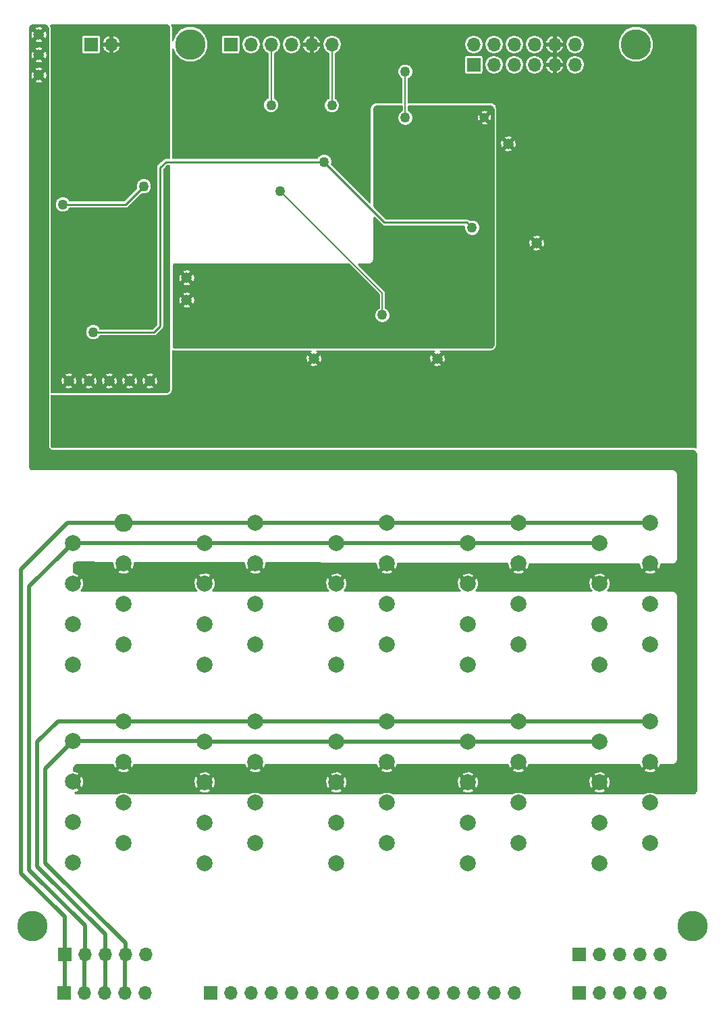
<source format=gbr>
G04 #@! TF.FileFunction,Copper,L2,Bot,Signal*
%FSLAX46Y46*%
G04 Gerber Fmt 4.6, Leading zero omitted, Abs format (unit mm)*
G04 Created by KiCad (PCBNEW 4.0.7) date Friday, April 27, 2018 'PMt' 12:19:07 PM*
%MOMM*%
%LPD*%
G01*
G04 APERTURE LIST*
%ADD10C,0.100000*%
%ADD11C,1.320800*%
%ADD12C,3.810000*%
%ADD13C,1.143000*%
%ADD14C,2.000000*%
%ADD15C,2.286000*%
%ADD16R,1.700000X1.700000*%
%ADD17O,1.700000X1.700000*%
%ADD18C,1.270000*%
%ADD19C,0.254000*%
%ADD20C,0.152400*%
%ADD21C,0.508000*%
G04 APERTURE END LIST*
D10*
D11*
X168180000Y-92202000D03*
X168180000Y-89662000D03*
X168180000Y-87122000D03*
X227108000Y-100838000D03*
X230664000Y-113284000D03*
X218218000Y-127762000D03*
X218218000Y-127762000D03*
X202724000Y-127762000D03*
X182150000Y-130556000D03*
X179610000Y-130556000D03*
X177070000Y-130556000D03*
X174530000Y-130556000D03*
X171990000Y-130556000D03*
X186722000Y-120396000D03*
D12*
X167418000Y-198882000D03*
X250222000Y-198882000D03*
X243110000Y-88392000D03*
X187230000Y-88392000D03*
D13*
X224060000Y-97536000D03*
D11*
X186722000Y-117602000D03*
D14*
X195326000Y-173228000D03*
X195326000Y-178308000D03*
X195326000Y-183388000D03*
X195326000Y-188468000D03*
X188976000Y-175768000D03*
X188976000Y-180848000D03*
X188976000Y-185928000D03*
X188976000Y-191008000D03*
X178816000Y-173228000D03*
X178816000Y-178308000D03*
X178816000Y-183388000D03*
X178816000Y-188468000D03*
X172466000Y-175721306D03*
X172466000Y-180801306D03*
X172466000Y-185881306D03*
X172466000Y-190961306D03*
D15*
X178816000Y-148336000D03*
D14*
X178816000Y-153416000D03*
X178816000Y-158496000D03*
X178816000Y-163576000D03*
X172466000Y-150876000D03*
X172466000Y-155956000D03*
X172466000Y-161036000D03*
X172466000Y-166116000D03*
X195326000Y-148336000D03*
X195326000Y-153416000D03*
X195326000Y-158496000D03*
X195326000Y-163576000D03*
X188976000Y-150867808D03*
X188976000Y-155947808D03*
X188976000Y-161027808D03*
X188976000Y-166107808D03*
X211836000Y-148336000D03*
X211836000Y-153416000D03*
X211836000Y-158496000D03*
X211836000Y-163576000D03*
X205486000Y-150876000D03*
X205486000Y-155956000D03*
X205486000Y-161036000D03*
X205486000Y-166116000D03*
X211836000Y-173228000D03*
X211836000Y-178308000D03*
X211836000Y-183388000D03*
X211836000Y-188468000D03*
X205486000Y-175768000D03*
X205486000Y-180848000D03*
X205486000Y-185928000D03*
X205486000Y-191008000D03*
X228346000Y-148336000D03*
X228346000Y-153416000D03*
X228346000Y-158496000D03*
X228346000Y-163576000D03*
X221996000Y-150876000D03*
X221996000Y-155956000D03*
X221996000Y-161036000D03*
X221996000Y-166116000D03*
X228346000Y-173228000D03*
X228346000Y-178308000D03*
X228346000Y-183388000D03*
X228346000Y-188468000D03*
X221996000Y-175768000D03*
X221996000Y-180848000D03*
X221996000Y-185928000D03*
X221996000Y-191008000D03*
X244856000Y-148336000D03*
X244856000Y-153416000D03*
X244856000Y-158496000D03*
X244856000Y-163576000D03*
X238506000Y-150876000D03*
X238506000Y-155956000D03*
X238506000Y-161036000D03*
X238506000Y-166116000D03*
X244856000Y-173228000D03*
X244856000Y-178308000D03*
X244856000Y-183388000D03*
X244856000Y-188468000D03*
X238506000Y-175768000D03*
X238506000Y-180848000D03*
X238506000Y-185928000D03*
X238506000Y-191008000D03*
D16*
X174784000Y-88392000D03*
D17*
X177324000Y-88392000D03*
D16*
X192278000Y-88392000D03*
D17*
X194818000Y-88392000D03*
X197358000Y-88392000D03*
X199898000Y-88392000D03*
X202438000Y-88392000D03*
X204978000Y-88392000D03*
D16*
X171395092Y-207264000D03*
D17*
X173935092Y-207264000D03*
X176475092Y-207264000D03*
X179015092Y-207264000D03*
X181555092Y-207264000D03*
D16*
X171450000Y-202438000D03*
D17*
X173990000Y-202438000D03*
X176530000Y-202438000D03*
X179070000Y-202438000D03*
X181610000Y-202438000D03*
D16*
X235966000Y-207264000D03*
D17*
X238506000Y-207264000D03*
X241046000Y-207264000D03*
X243586000Y-207264000D03*
X246126000Y-207264000D03*
D16*
X235966000Y-202438000D03*
D17*
X238506000Y-202438000D03*
X241046000Y-202438000D03*
X243586000Y-202438000D03*
X246126000Y-202438000D03*
D16*
X222758000Y-90932000D03*
D17*
X222758000Y-88392000D03*
X225298000Y-90932000D03*
X225298000Y-88392000D03*
X227838000Y-90932000D03*
X227838000Y-88392000D03*
X230378000Y-90932000D03*
X230378000Y-88392000D03*
X232918000Y-90932000D03*
X232918000Y-88392000D03*
X235458000Y-90932000D03*
X235458000Y-88392000D03*
D16*
X189738000Y-207264000D03*
D17*
X192278000Y-207264000D03*
X194818000Y-207264000D03*
X197358000Y-207264000D03*
X199898000Y-207264000D03*
X202438000Y-207264000D03*
X204978000Y-207264000D03*
X207518000Y-207264000D03*
X210058000Y-207264000D03*
X212598000Y-207264000D03*
X215138000Y-207264000D03*
X217678000Y-207264000D03*
X220218000Y-207264000D03*
X222758000Y-207264000D03*
X225298000Y-207264000D03*
X227838000Y-207264000D03*
D18*
X222553447Y-111320004D03*
X175038000Y-124460000D03*
X204000000Y-103124000D03*
X181388000Y-106172000D03*
X171228000Y-108458000D03*
X220003455Y-101494787D03*
X222536000Y-117094000D03*
X212630000Y-99060000D03*
X209226000Y-125476000D03*
X202216000Y-120116000D03*
X218428417Y-140415795D03*
X205001977Y-140450758D03*
X191190923Y-140450760D03*
X211262529Y-122296641D03*
X198462108Y-106750069D03*
X204985280Y-96027384D03*
X214162510Y-91794852D03*
X214144110Y-97549874D03*
X197347938Y-95992543D03*
D19*
X204000000Y-103124000D02*
X204000000Y-103139437D01*
X204000000Y-103139437D02*
X211545568Y-110685005D01*
X211545568Y-110685005D02*
X221918448Y-110685005D01*
X221918448Y-110685005D02*
X222553447Y-111320004D01*
X204000000Y-103124000D02*
X184138790Y-103124000D01*
X184138790Y-103124000D02*
X183426000Y-103836790D01*
X183426000Y-103836790D02*
X183426000Y-123698000D01*
X183426000Y-123698000D02*
X182650903Y-124473097D01*
X182650903Y-124473097D02*
X175051097Y-124473097D01*
X175051097Y-124473097D02*
X175038000Y-124460000D01*
X179102000Y-108458000D02*
X181388000Y-106172000D01*
X172126025Y-108458000D02*
X179102000Y-108458000D01*
X171228000Y-108458000D02*
X172126025Y-108458000D01*
D20*
X211262529Y-121398616D02*
X211262529Y-122296641D01*
X198462108Y-106750069D02*
X211262529Y-119550490D01*
X211262529Y-119550490D02*
X211262529Y-121398616D01*
X204978000Y-88392000D02*
X204978000Y-96020104D01*
X204978000Y-96020104D02*
X204985280Y-96027384D01*
X214144110Y-91813252D02*
X214162510Y-91794852D01*
X214144110Y-97549874D02*
X214144110Y-91813252D01*
X197358000Y-95982481D02*
X197347938Y-95992543D01*
X197358000Y-88392000D02*
X197358000Y-95982481D01*
D21*
X166013298Y-192278000D02*
X166013298Y-154168445D01*
X171450000Y-202438000D02*
X171450000Y-197714702D01*
X171450000Y-197714702D02*
X166013298Y-192278000D01*
X166013298Y-154168445D02*
X171845743Y-148336000D01*
X177401787Y-148336000D02*
X178816000Y-148336000D01*
X171845743Y-148336000D02*
X177401787Y-148336000D01*
X171450000Y-202438000D02*
X171450000Y-207209092D01*
X171450000Y-207209092D02*
X171395092Y-207264000D01*
X195326000Y-148336000D02*
X178816000Y-148336000D01*
X211836000Y-148336000D02*
X195326000Y-148336000D01*
X228346000Y-148336000D02*
X226931787Y-148336000D01*
X226931787Y-148336000D02*
X211836000Y-148336000D01*
X244856000Y-148336000D02*
X228346000Y-148336000D01*
X173990000Y-202438000D02*
X173990000Y-198817846D01*
X171466001Y-151875999D02*
X172466000Y-150876000D01*
X167029308Y-156312692D02*
X171466001Y-151875999D01*
X173990000Y-198817846D02*
X167029308Y-191857154D01*
X167029308Y-191857154D02*
X167029308Y-156312692D01*
X173935092Y-207264000D02*
X173935092Y-202492908D01*
X173935092Y-202492908D02*
X173990000Y-202438000D01*
X188976000Y-150867808D02*
X172474192Y-150867808D01*
X172474192Y-150867808D02*
X172466000Y-150876000D01*
X205486000Y-150876000D02*
X188984192Y-150876000D01*
X188984192Y-150876000D02*
X188976000Y-150867808D01*
X221996000Y-150876000D02*
X205486000Y-150876000D01*
X238506000Y-150876000D02*
X221996000Y-150876000D01*
X170631515Y-173228000D02*
X177401787Y-173228000D01*
X177401787Y-173228000D02*
X178816000Y-173228000D01*
X168045319Y-175814196D02*
X170631515Y-173228000D01*
X168045319Y-191436309D02*
X168045319Y-175814196D01*
X176530000Y-202438000D02*
X176530000Y-199920990D01*
X176530000Y-199920990D02*
X168045319Y-191436309D01*
X176530000Y-202438000D02*
X176530000Y-207209092D01*
X176530000Y-207209092D02*
X176475092Y-207264000D01*
X195326000Y-173228000D02*
X178816000Y-173228000D01*
X211836000Y-173228000D02*
X195326000Y-173228000D01*
X228346000Y-173228000D02*
X211836000Y-173228000D01*
X244856000Y-173228000D02*
X228346000Y-173228000D01*
X171466001Y-176721305D02*
X172466000Y-175721306D01*
X169061330Y-179125976D02*
X171466001Y-176721305D01*
X179070000Y-201024134D02*
X169061330Y-191015464D01*
X179070000Y-202438000D02*
X179070000Y-201024134D01*
X169061330Y-191015464D02*
X169061330Y-179125976D01*
X221996000Y-175768000D02*
X238506000Y-175768000D01*
X205486000Y-175768000D02*
X206900213Y-175768000D01*
X206900213Y-175768000D02*
X221996000Y-175768000D01*
X205486000Y-175768000D02*
X188976000Y-175768000D01*
X172466000Y-175721306D02*
X188929306Y-175721306D01*
X188929306Y-175721306D02*
X188976000Y-175768000D01*
X179015092Y-207264000D02*
X179015092Y-202492908D01*
X179015092Y-202492908D02*
X179070000Y-202438000D01*
D19*
G36*
X169086851Y-86010301D02*
X169209648Y-86092352D01*
X169291699Y-86215149D01*
X169323000Y-86372509D01*
X169323000Y-138684000D01*
X169325440Y-138708776D01*
X169364109Y-138903179D01*
X169383073Y-138948961D01*
X169493194Y-139113768D01*
X169528232Y-139148806D01*
X169693039Y-139258927D01*
X169738821Y-139277891D01*
X169933224Y-139316560D01*
X169958000Y-139319000D01*
X250209491Y-139319000D01*
X250366851Y-139350301D01*
X250489648Y-139432352D01*
X250571699Y-139555149D01*
X250603000Y-139712509D01*
X250603000Y-181851491D01*
X250571699Y-182008851D01*
X250489648Y-182131648D01*
X250366851Y-182213699D01*
X250209491Y-182245000D01*
X245666320Y-182245000D01*
X245639295Y-182217928D01*
X245131903Y-182007241D01*
X244582507Y-182006761D01*
X244074749Y-182216563D01*
X244046262Y-182245000D01*
X229156320Y-182245000D01*
X229129295Y-182217928D01*
X228621903Y-182007241D01*
X228072507Y-182006761D01*
X227564749Y-182216563D01*
X227536262Y-182245000D01*
X212646320Y-182245000D01*
X212619295Y-182217928D01*
X212111903Y-182007241D01*
X211562507Y-182006761D01*
X211054749Y-182216563D01*
X211026262Y-182245000D01*
X196136320Y-182245000D01*
X196109295Y-182217928D01*
X195601903Y-182007241D01*
X195052507Y-182006761D01*
X194544749Y-182216563D01*
X194516262Y-182245000D01*
X179626320Y-182245000D01*
X179599295Y-182217928D01*
X179091903Y-182007241D01*
X178542507Y-182006761D01*
X178034749Y-182216563D01*
X178006262Y-182245000D01*
X172986509Y-182245000D01*
X172829149Y-182213699D01*
X172762212Y-182168973D01*
X172810806Y-182166490D01*
X173187515Y-182010452D01*
X173273224Y-181861742D01*
X188141863Y-181861742D01*
X188254485Y-182057146D01*
X188772126Y-182241217D01*
X189320806Y-182213184D01*
X189697515Y-182057146D01*
X189810137Y-181861742D01*
X204651863Y-181861742D01*
X204764485Y-182057146D01*
X205282126Y-182241217D01*
X205830806Y-182213184D01*
X206207515Y-182057146D01*
X206320137Y-181861742D01*
X221161863Y-181861742D01*
X221274485Y-182057146D01*
X221792126Y-182241217D01*
X222340806Y-182213184D01*
X222717515Y-182057146D01*
X222830137Y-181861742D01*
X237671863Y-181861742D01*
X237784485Y-182057146D01*
X238302126Y-182241217D01*
X238850806Y-182213184D01*
X239227515Y-182057146D01*
X239340137Y-181861742D01*
X238506000Y-181027605D01*
X237671863Y-181861742D01*
X222830137Y-181861742D01*
X221996000Y-181027605D01*
X221161863Y-181861742D01*
X206320137Y-181861742D01*
X205486000Y-181027605D01*
X204651863Y-181861742D01*
X189810137Y-181861742D01*
X188976000Y-181027605D01*
X188141863Y-181861742D01*
X173273224Y-181861742D01*
X173300137Y-181815048D01*
X172593000Y-181107911D01*
X172593000Y-180801306D01*
X172645605Y-180801306D01*
X173479742Y-181635443D01*
X173675146Y-181522821D01*
X173859217Y-181005180D01*
X173840771Y-180644126D01*
X187582783Y-180644126D01*
X187610816Y-181192806D01*
X187766854Y-181569515D01*
X187962258Y-181682137D01*
X188796395Y-180848000D01*
X189155605Y-180848000D01*
X189989742Y-181682137D01*
X190185146Y-181569515D01*
X190369217Y-181051874D01*
X190348385Y-180644126D01*
X204092783Y-180644126D01*
X204120816Y-181192806D01*
X204276854Y-181569515D01*
X204472258Y-181682137D01*
X205306395Y-180848000D01*
X205665605Y-180848000D01*
X206499742Y-181682137D01*
X206695146Y-181569515D01*
X206879217Y-181051874D01*
X206858385Y-180644126D01*
X220602783Y-180644126D01*
X220630816Y-181192806D01*
X220786854Y-181569515D01*
X220982258Y-181682137D01*
X221816395Y-180848000D01*
X222175605Y-180848000D01*
X223009742Y-181682137D01*
X223205146Y-181569515D01*
X223389217Y-181051874D01*
X223368385Y-180644126D01*
X237112783Y-180644126D01*
X237140816Y-181192806D01*
X237296854Y-181569515D01*
X237492258Y-181682137D01*
X238326395Y-180848000D01*
X238685605Y-180848000D01*
X239519742Y-181682137D01*
X239715146Y-181569515D01*
X239899217Y-181051874D01*
X239871184Y-180503194D01*
X239715146Y-180126485D01*
X239519742Y-180013863D01*
X238685605Y-180848000D01*
X238326395Y-180848000D01*
X237492258Y-180013863D01*
X237296854Y-180126485D01*
X237112783Y-180644126D01*
X223368385Y-180644126D01*
X223361184Y-180503194D01*
X223205146Y-180126485D01*
X223009742Y-180013863D01*
X222175605Y-180848000D01*
X221816395Y-180848000D01*
X220982258Y-180013863D01*
X220786854Y-180126485D01*
X220602783Y-180644126D01*
X206858385Y-180644126D01*
X206851184Y-180503194D01*
X206695146Y-180126485D01*
X206499742Y-180013863D01*
X205665605Y-180848000D01*
X205306395Y-180848000D01*
X204472258Y-180013863D01*
X204276854Y-180126485D01*
X204092783Y-180644126D01*
X190348385Y-180644126D01*
X190341184Y-180503194D01*
X190185146Y-180126485D01*
X189989742Y-180013863D01*
X189155605Y-180848000D01*
X188796395Y-180848000D01*
X187962258Y-180013863D01*
X187766854Y-180126485D01*
X187582783Y-180644126D01*
X173840771Y-180644126D01*
X173831184Y-180456500D01*
X173675146Y-180079791D01*
X173479742Y-179967169D01*
X172645605Y-180801306D01*
X172593000Y-180801306D01*
X172593000Y-180494701D01*
X173253443Y-179834258D01*
X188141863Y-179834258D01*
X188976000Y-180668395D01*
X189810137Y-179834258D01*
X204651863Y-179834258D01*
X205486000Y-180668395D01*
X206320137Y-179834258D01*
X221161863Y-179834258D01*
X221996000Y-180668395D01*
X222830137Y-179834258D01*
X237671863Y-179834258D01*
X238506000Y-180668395D01*
X239340137Y-179834258D01*
X239227515Y-179638854D01*
X238709874Y-179454783D01*
X238161194Y-179482816D01*
X237784485Y-179638854D01*
X237671863Y-179834258D01*
X222830137Y-179834258D01*
X222717515Y-179638854D01*
X222199874Y-179454783D01*
X221651194Y-179482816D01*
X221274485Y-179638854D01*
X221161863Y-179834258D01*
X206320137Y-179834258D01*
X206207515Y-179638854D01*
X205689874Y-179454783D01*
X205141194Y-179482816D01*
X204764485Y-179638854D01*
X204651863Y-179834258D01*
X189810137Y-179834258D01*
X189697515Y-179638854D01*
X189179874Y-179454783D01*
X188631194Y-179482816D01*
X188254485Y-179638854D01*
X188141863Y-179834258D01*
X173253443Y-179834258D01*
X173300137Y-179787564D01*
X173187515Y-179592160D01*
X172669874Y-179408089D01*
X172593000Y-179412017D01*
X172593000Y-179082509D01*
X172624301Y-178925149D01*
X172706352Y-178802352D01*
X172829149Y-178720301D01*
X172986509Y-178689000D01*
X177465808Y-178689000D01*
X177606854Y-179029515D01*
X177802258Y-179142137D01*
X178255395Y-178689000D01*
X178614605Y-178689000D01*
X177981863Y-179321742D01*
X178094485Y-179517146D01*
X178612126Y-179701217D01*
X179160806Y-179673184D01*
X179537515Y-179517146D01*
X179650137Y-179321742D01*
X179017395Y-178689000D01*
X179376605Y-178689000D01*
X179829742Y-179142137D01*
X180025146Y-179029515D01*
X180146232Y-178689000D01*
X193975808Y-178689000D01*
X194116854Y-179029515D01*
X194312258Y-179142137D01*
X194765395Y-178689000D01*
X195124605Y-178689000D01*
X194491863Y-179321742D01*
X194604485Y-179517146D01*
X195122126Y-179701217D01*
X195670806Y-179673184D01*
X196047515Y-179517146D01*
X196160137Y-179321742D01*
X195527395Y-178689000D01*
X195886605Y-178689000D01*
X196339742Y-179142137D01*
X196535146Y-179029515D01*
X196656232Y-178689000D01*
X210485808Y-178689000D01*
X210626854Y-179029515D01*
X210822258Y-179142137D01*
X211275395Y-178689000D01*
X211634605Y-178689000D01*
X211001863Y-179321742D01*
X211114485Y-179517146D01*
X211632126Y-179701217D01*
X212180806Y-179673184D01*
X212557515Y-179517146D01*
X212670137Y-179321742D01*
X212037395Y-178689000D01*
X212396605Y-178689000D01*
X212849742Y-179142137D01*
X213045146Y-179029515D01*
X213166232Y-178689000D01*
X226995808Y-178689000D01*
X227136854Y-179029515D01*
X227332258Y-179142137D01*
X227785395Y-178689000D01*
X228144605Y-178689000D01*
X227511863Y-179321742D01*
X227624485Y-179517146D01*
X228142126Y-179701217D01*
X228690806Y-179673184D01*
X229067515Y-179517146D01*
X229180137Y-179321742D01*
X228547395Y-178689000D01*
X228906605Y-178689000D01*
X229359742Y-179142137D01*
X229555146Y-179029515D01*
X229676232Y-178689000D01*
X243505808Y-178689000D01*
X243646854Y-179029515D01*
X243842258Y-179142137D01*
X244295395Y-178689000D01*
X244654605Y-178689000D01*
X244021863Y-179321742D01*
X244134485Y-179517146D01*
X244652126Y-179701217D01*
X245200806Y-179673184D01*
X245577515Y-179517146D01*
X245690137Y-179321742D01*
X245057395Y-178689000D01*
X245416605Y-178689000D01*
X245869742Y-179142137D01*
X246065146Y-179029515D01*
X246186232Y-178689000D01*
X247682000Y-178689000D01*
X247706776Y-178686560D01*
X247901179Y-178647891D01*
X247946961Y-178628927D01*
X248111768Y-178518806D01*
X248146806Y-178483768D01*
X248256927Y-178318961D01*
X248275891Y-178273179D01*
X248314560Y-178078776D01*
X248317000Y-178054000D01*
X248317000Y-157480000D01*
X248314560Y-157455224D01*
X248275891Y-157260821D01*
X248256927Y-157215039D01*
X248146806Y-157050232D01*
X248111768Y-157015194D01*
X247946961Y-156905073D01*
X247901179Y-156886109D01*
X247706776Y-156847440D01*
X247682000Y-156845000D01*
X239574608Y-156845000D01*
X239519744Y-156790136D01*
X239715146Y-156677515D01*
X239899217Y-156159874D01*
X239871184Y-155611194D01*
X239715146Y-155234485D01*
X239519742Y-155121863D01*
X238685605Y-155956000D01*
X238699748Y-155970143D01*
X238520143Y-156149748D01*
X238506000Y-156135605D01*
X238491858Y-156149748D01*
X238312253Y-155970143D01*
X238326395Y-155956000D01*
X237492258Y-155121863D01*
X237296854Y-155234485D01*
X237112783Y-155752126D01*
X237140816Y-156300806D01*
X237296854Y-156677515D01*
X237492256Y-156790136D01*
X237437392Y-156845000D01*
X223064608Y-156845000D01*
X223009744Y-156790136D01*
X223205146Y-156677515D01*
X223389217Y-156159874D01*
X223361184Y-155611194D01*
X223205146Y-155234485D01*
X223009742Y-155121863D01*
X222175605Y-155956000D01*
X222189748Y-155970143D01*
X222010143Y-156149748D01*
X221996000Y-156135605D01*
X221981858Y-156149748D01*
X221802253Y-155970143D01*
X221816395Y-155956000D01*
X220982258Y-155121863D01*
X220786854Y-155234485D01*
X220602783Y-155752126D01*
X220630816Y-156300806D01*
X220786854Y-156677515D01*
X220982256Y-156790136D01*
X220927392Y-156845000D01*
X206554608Y-156845000D01*
X206499744Y-156790136D01*
X206695146Y-156677515D01*
X206879217Y-156159874D01*
X206851184Y-155611194D01*
X206695146Y-155234485D01*
X206499742Y-155121863D01*
X205665605Y-155956000D01*
X205679748Y-155970143D01*
X205500143Y-156149748D01*
X205486000Y-156135605D01*
X205471858Y-156149748D01*
X205292253Y-155970143D01*
X205306395Y-155956000D01*
X204472258Y-155121863D01*
X204276854Y-155234485D01*
X204092783Y-155752126D01*
X204120816Y-156300806D01*
X204276854Y-156677515D01*
X204472256Y-156790136D01*
X204417392Y-156845000D01*
X190052800Y-156845000D01*
X189989744Y-156781944D01*
X190185146Y-156669323D01*
X190369217Y-156151682D01*
X190341184Y-155603002D01*
X190185146Y-155226293D01*
X189989742Y-155113671D01*
X189155605Y-155947808D01*
X189169748Y-155961951D01*
X188990143Y-156141556D01*
X188976000Y-156127413D01*
X188961858Y-156141556D01*
X188782253Y-155961951D01*
X188796395Y-155947808D01*
X187962258Y-155113671D01*
X187766854Y-155226293D01*
X187582783Y-155743934D01*
X187610816Y-156292614D01*
X187766854Y-156669323D01*
X187962256Y-156781944D01*
X187899200Y-156845000D01*
X173534608Y-156845000D01*
X173479744Y-156790136D01*
X173675146Y-156677515D01*
X173859217Y-156159874D01*
X173831184Y-155611194D01*
X173675146Y-155234485D01*
X173479742Y-155121863D01*
X172645605Y-155956000D01*
X172659748Y-155970143D01*
X172593000Y-156036890D01*
X172593000Y-155649395D01*
X173300137Y-154942258D01*
X173295416Y-154934066D01*
X188141863Y-154934066D01*
X188976000Y-155768203D01*
X189801945Y-154942258D01*
X204651863Y-154942258D01*
X205486000Y-155776395D01*
X206320137Y-154942258D01*
X221161863Y-154942258D01*
X221996000Y-155776395D01*
X222830137Y-154942258D01*
X237671863Y-154942258D01*
X238506000Y-155776395D01*
X239340137Y-154942258D01*
X239227515Y-154746854D01*
X238709874Y-154562783D01*
X238161194Y-154590816D01*
X237784485Y-154746854D01*
X237671863Y-154942258D01*
X222830137Y-154942258D01*
X222717515Y-154746854D01*
X222199874Y-154562783D01*
X221651194Y-154590816D01*
X221274485Y-154746854D01*
X221161863Y-154942258D01*
X206320137Y-154942258D01*
X206207515Y-154746854D01*
X205689874Y-154562783D01*
X205141194Y-154590816D01*
X204764485Y-154746854D01*
X204651863Y-154942258D01*
X189801945Y-154942258D01*
X189810137Y-154934066D01*
X189697515Y-154738662D01*
X189179874Y-154554591D01*
X188631194Y-154582624D01*
X188254485Y-154738662D01*
X188141863Y-154934066D01*
X173295416Y-154934066D01*
X173187515Y-154746854D01*
X172669874Y-154562783D01*
X172593000Y-154566711D01*
X172593000Y-154429742D01*
X177981863Y-154429742D01*
X178094485Y-154625146D01*
X178612126Y-154809217D01*
X179160806Y-154781184D01*
X179537515Y-154625146D01*
X179650137Y-154429742D01*
X194491863Y-154429742D01*
X194604485Y-154625146D01*
X195122126Y-154809217D01*
X195670806Y-154781184D01*
X196047515Y-154625146D01*
X196160137Y-154429742D01*
X211001863Y-154429742D01*
X211114485Y-154625146D01*
X211632126Y-154809217D01*
X212180806Y-154781184D01*
X212557515Y-154625146D01*
X212670137Y-154429742D01*
X227511863Y-154429742D01*
X227624485Y-154625146D01*
X228142126Y-154809217D01*
X228690806Y-154781184D01*
X229067515Y-154625146D01*
X229180137Y-154429742D01*
X244021863Y-154429742D01*
X244134485Y-154625146D01*
X244652126Y-154809217D01*
X245200806Y-154781184D01*
X245577515Y-154625146D01*
X245690137Y-154429742D01*
X244856000Y-153595605D01*
X244021863Y-154429742D01*
X229180137Y-154429742D01*
X228346000Y-153595605D01*
X227511863Y-154429742D01*
X212670137Y-154429742D01*
X211836000Y-153595605D01*
X211001863Y-154429742D01*
X196160137Y-154429742D01*
X195326000Y-153595605D01*
X194491863Y-154429742D01*
X179650137Y-154429742D01*
X178816000Y-153595605D01*
X177981863Y-154429742D01*
X172593000Y-154429742D01*
X172593000Y-153681668D01*
X172613235Y-153554175D01*
X172667341Y-153448241D01*
X172751586Y-153364269D01*
X172857694Y-153310508D01*
X172985254Y-153290687D01*
X177427534Y-153305110D01*
X177450816Y-153760806D01*
X177606854Y-154137515D01*
X177802258Y-154250137D01*
X178636395Y-153416000D01*
X178622253Y-153401858D01*
X178714821Y-153309289D01*
X178917838Y-153309948D01*
X179009748Y-153401858D01*
X178995605Y-153416000D01*
X179829742Y-154250137D01*
X180025146Y-154137515D01*
X180209217Y-153619874D01*
X180193594Y-153314091D01*
X193940273Y-153358722D01*
X193960816Y-153760806D01*
X194116854Y-154137515D01*
X194312258Y-154250137D01*
X195146395Y-153416000D01*
X195132253Y-153401858D01*
X195171390Y-153362720D01*
X195481617Y-153363727D01*
X195519748Y-153401858D01*
X195505605Y-153416000D01*
X196339742Y-154250137D01*
X196535146Y-154137515D01*
X196719217Y-153619874D01*
X196706333Y-153367703D01*
X210453012Y-153412335D01*
X210470816Y-153760806D01*
X210626854Y-154137515D01*
X210822258Y-154250137D01*
X211656154Y-153416241D01*
X212017018Y-153417413D01*
X212849742Y-154250137D01*
X213045146Y-154137515D01*
X213229217Y-153619874D01*
X213219072Y-153421316D01*
X226965751Y-153465947D01*
X226980816Y-153760806D01*
X227136854Y-154137515D01*
X227332258Y-154250137D01*
X228112724Y-153469671D01*
X228580796Y-153471191D01*
X229359742Y-154250137D01*
X229555146Y-154137515D01*
X229739217Y-153619874D01*
X229731811Y-153474928D01*
X243478490Y-153519560D01*
X243490816Y-153760806D01*
X243646854Y-154137515D01*
X243842258Y-154250137D01*
X244569293Y-153523102D01*
X245144574Y-153524969D01*
X245869742Y-154250137D01*
X246065146Y-154137515D01*
X246249217Y-153619874D01*
X246244551Y-153528541D01*
X247679939Y-153533201D01*
X247699851Y-153531696D01*
X247857225Y-153507242D01*
X247895124Y-153495037D01*
X248037193Y-153423056D01*
X248069451Y-153399715D01*
X248182250Y-153287281D01*
X248205695Y-153255100D01*
X248278137Y-153113266D01*
X248290465Y-153075407D01*
X248315430Y-152918113D01*
X248317000Y-152898205D01*
X248317000Y-142240000D01*
X248314560Y-142215224D01*
X248275891Y-142020821D01*
X248256927Y-141975039D01*
X248146806Y-141810232D01*
X248111768Y-141775194D01*
X247946961Y-141665073D01*
X247901179Y-141646109D01*
X247706776Y-141607440D01*
X247682000Y-141605000D01*
X167430509Y-141605000D01*
X167273149Y-141573699D01*
X167150352Y-141491648D01*
X167068301Y-141368851D01*
X167037000Y-141211491D01*
X167037000Y-92969332D01*
X167592273Y-92969332D01*
X167663114Y-93129499D01*
X168057398Y-93256701D01*
X168470347Y-93223334D01*
X168696886Y-93129499D01*
X168767727Y-92969332D01*
X168180000Y-92381605D01*
X167592273Y-92969332D01*
X167037000Y-92969332D01*
X167037000Y-92079398D01*
X167125299Y-92079398D01*
X167158666Y-92492347D01*
X167252501Y-92718886D01*
X167412668Y-92789727D01*
X168000395Y-92202000D01*
X168359605Y-92202000D01*
X168947332Y-92789727D01*
X169107499Y-92718886D01*
X169234701Y-92324602D01*
X169201334Y-91911653D01*
X169107499Y-91685114D01*
X168947332Y-91614273D01*
X168359605Y-92202000D01*
X168000395Y-92202000D01*
X167412668Y-91614273D01*
X167252501Y-91685114D01*
X167125299Y-92079398D01*
X167037000Y-92079398D01*
X167037000Y-91434668D01*
X167592273Y-91434668D01*
X168180000Y-92022395D01*
X168767727Y-91434668D01*
X168696886Y-91274501D01*
X168302602Y-91147299D01*
X167889653Y-91180666D01*
X167663114Y-91274501D01*
X167592273Y-91434668D01*
X167037000Y-91434668D01*
X167037000Y-90429332D01*
X167592273Y-90429332D01*
X167663114Y-90589499D01*
X168057398Y-90716701D01*
X168470347Y-90683334D01*
X168696886Y-90589499D01*
X168767727Y-90429332D01*
X168180000Y-89841605D01*
X167592273Y-90429332D01*
X167037000Y-90429332D01*
X167037000Y-89539398D01*
X167125299Y-89539398D01*
X167158666Y-89952347D01*
X167252501Y-90178886D01*
X167412668Y-90249727D01*
X168000395Y-89662000D01*
X168359605Y-89662000D01*
X168947332Y-90249727D01*
X169107499Y-90178886D01*
X169234701Y-89784602D01*
X169201334Y-89371653D01*
X169107499Y-89145114D01*
X168947332Y-89074273D01*
X168359605Y-89662000D01*
X168000395Y-89662000D01*
X167412668Y-89074273D01*
X167252501Y-89145114D01*
X167125299Y-89539398D01*
X167037000Y-89539398D01*
X167037000Y-88894668D01*
X167592273Y-88894668D01*
X168180000Y-89482395D01*
X168767727Y-88894668D01*
X168696886Y-88734501D01*
X168302602Y-88607299D01*
X167889653Y-88640666D01*
X167663114Y-88734501D01*
X167592273Y-88894668D01*
X167037000Y-88894668D01*
X167037000Y-87889332D01*
X167592273Y-87889332D01*
X167663114Y-88049499D01*
X168057398Y-88176701D01*
X168470347Y-88143334D01*
X168696886Y-88049499D01*
X168767727Y-87889332D01*
X168180000Y-87301605D01*
X167592273Y-87889332D01*
X167037000Y-87889332D01*
X167037000Y-86999398D01*
X167125299Y-86999398D01*
X167158666Y-87412347D01*
X167252501Y-87638886D01*
X167412668Y-87709727D01*
X168000395Y-87122000D01*
X168359605Y-87122000D01*
X168947332Y-87709727D01*
X169107499Y-87638886D01*
X169234701Y-87244602D01*
X169201334Y-86831653D01*
X169107499Y-86605114D01*
X168947332Y-86534273D01*
X168359605Y-87122000D01*
X168000395Y-87122000D01*
X167412668Y-86534273D01*
X167252501Y-86605114D01*
X167125299Y-86999398D01*
X167037000Y-86999398D01*
X167037000Y-86372509D01*
X167040548Y-86354668D01*
X167592273Y-86354668D01*
X168180000Y-86942395D01*
X168767727Y-86354668D01*
X168696886Y-86194501D01*
X168302602Y-86067299D01*
X167889653Y-86100666D01*
X167663114Y-86194501D01*
X167592273Y-86354668D01*
X167040548Y-86354668D01*
X167068301Y-86215149D01*
X167150352Y-86092352D01*
X167273149Y-86010301D01*
X167430509Y-85979000D01*
X168929491Y-85979000D01*
X169086851Y-86010301D01*
X169086851Y-86010301D01*
G37*
X169086851Y-86010301D02*
X169209648Y-86092352D01*
X169291699Y-86215149D01*
X169323000Y-86372509D01*
X169323000Y-138684000D01*
X169325440Y-138708776D01*
X169364109Y-138903179D01*
X169383073Y-138948961D01*
X169493194Y-139113768D01*
X169528232Y-139148806D01*
X169693039Y-139258927D01*
X169738821Y-139277891D01*
X169933224Y-139316560D01*
X169958000Y-139319000D01*
X250209491Y-139319000D01*
X250366851Y-139350301D01*
X250489648Y-139432352D01*
X250571699Y-139555149D01*
X250603000Y-139712509D01*
X250603000Y-181851491D01*
X250571699Y-182008851D01*
X250489648Y-182131648D01*
X250366851Y-182213699D01*
X250209491Y-182245000D01*
X245666320Y-182245000D01*
X245639295Y-182217928D01*
X245131903Y-182007241D01*
X244582507Y-182006761D01*
X244074749Y-182216563D01*
X244046262Y-182245000D01*
X229156320Y-182245000D01*
X229129295Y-182217928D01*
X228621903Y-182007241D01*
X228072507Y-182006761D01*
X227564749Y-182216563D01*
X227536262Y-182245000D01*
X212646320Y-182245000D01*
X212619295Y-182217928D01*
X212111903Y-182007241D01*
X211562507Y-182006761D01*
X211054749Y-182216563D01*
X211026262Y-182245000D01*
X196136320Y-182245000D01*
X196109295Y-182217928D01*
X195601903Y-182007241D01*
X195052507Y-182006761D01*
X194544749Y-182216563D01*
X194516262Y-182245000D01*
X179626320Y-182245000D01*
X179599295Y-182217928D01*
X179091903Y-182007241D01*
X178542507Y-182006761D01*
X178034749Y-182216563D01*
X178006262Y-182245000D01*
X172986509Y-182245000D01*
X172829149Y-182213699D01*
X172762212Y-182168973D01*
X172810806Y-182166490D01*
X173187515Y-182010452D01*
X173273224Y-181861742D01*
X188141863Y-181861742D01*
X188254485Y-182057146D01*
X188772126Y-182241217D01*
X189320806Y-182213184D01*
X189697515Y-182057146D01*
X189810137Y-181861742D01*
X204651863Y-181861742D01*
X204764485Y-182057146D01*
X205282126Y-182241217D01*
X205830806Y-182213184D01*
X206207515Y-182057146D01*
X206320137Y-181861742D01*
X221161863Y-181861742D01*
X221274485Y-182057146D01*
X221792126Y-182241217D01*
X222340806Y-182213184D01*
X222717515Y-182057146D01*
X222830137Y-181861742D01*
X237671863Y-181861742D01*
X237784485Y-182057146D01*
X238302126Y-182241217D01*
X238850806Y-182213184D01*
X239227515Y-182057146D01*
X239340137Y-181861742D01*
X238506000Y-181027605D01*
X237671863Y-181861742D01*
X222830137Y-181861742D01*
X221996000Y-181027605D01*
X221161863Y-181861742D01*
X206320137Y-181861742D01*
X205486000Y-181027605D01*
X204651863Y-181861742D01*
X189810137Y-181861742D01*
X188976000Y-181027605D01*
X188141863Y-181861742D01*
X173273224Y-181861742D01*
X173300137Y-181815048D01*
X172593000Y-181107911D01*
X172593000Y-180801306D01*
X172645605Y-180801306D01*
X173479742Y-181635443D01*
X173675146Y-181522821D01*
X173859217Y-181005180D01*
X173840771Y-180644126D01*
X187582783Y-180644126D01*
X187610816Y-181192806D01*
X187766854Y-181569515D01*
X187962258Y-181682137D01*
X188796395Y-180848000D01*
X189155605Y-180848000D01*
X189989742Y-181682137D01*
X190185146Y-181569515D01*
X190369217Y-181051874D01*
X190348385Y-180644126D01*
X204092783Y-180644126D01*
X204120816Y-181192806D01*
X204276854Y-181569515D01*
X204472258Y-181682137D01*
X205306395Y-180848000D01*
X205665605Y-180848000D01*
X206499742Y-181682137D01*
X206695146Y-181569515D01*
X206879217Y-181051874D01*
X206858385Y-180644126D01*
X220602783Y-180644126D01*
X220630816Y-181192806D01*
X220786854Y-181569515D01*
X220982258Y-181682137D01*
X221816395Y-180848000D01*
X222175605Y-180848000D01*
X223009742Y-181682137D01*
X223205146Y-181569515D01*
X223389217Y-181051874D01*
X223368385Y-180644126D01*
X237112783Y-180644126D01*
X237140816Y-181192806D01*
X237296854Y-181569515D01*
X237492258Y-181682137D01*
X238326395Y-180848000D01*
X238685605Y-180848000D01*
X239519742Y-181682137D01*
X239715146Y-181569515D01*
X239899217Y-181051874D01*
X239871184Y-180503194D01*
X239715146Y-180126485D01*
X239519742Y-180013863D01*
X238685605Y-180848000D01*
X238326395Y-180848000D01*
X237492258Y-180013863D01*
X237296854Y-180126485D01*
X237112783Y-180644126D01*
X223368385Y-180644126D01*
X223361184Y-180503194D01*
X223205146Y-180126485D01*
X223009742Y-180013863D01*
X222175605Y-180848000D01*
X221816395Y-180848000D01*
X220982258Y-180013863D01*
X220786854Y-180126485D01*
X220602783Y-180644126D01*
X206858385Y-180644126D01*
X206851184Y-180503194D01*
X206695146Y-180126485D01*
X206499742Y-180013863D01*
X205665605Y-180848000D01*
X205306395Y-180848000D01*
X204472258Y-180013863D01*
X204276854Y-180126485D01*
X204092783Y-180644126D01*
X190348385Y-180644126D01*
X190341184Y-180503194D01*
X190185146Y-180126485D01*
X189989742Y-180013863D01*
X189155605Y-180848000D01*
X188796395Y-180848000D01*
X187962258Y-180013863D01*
X187766854Y-180126485D01*
X187582783Y-180644126D01*
X173840771Y-180644126D01*
X173831184Y-180456500D01*
X173675146Y-180079791D01*
X173479742Y-179967169D01*
X172645605Y-180801306D01*
X172593000Y-180801306D01*
X172593000Y-180494701D01*
X173253443Y-179834258D01*
X188141863Y-179834258D01*
X188976000Y-180668395D01*
X189810137Y-179834258D01*
X204651863Y-179834258D01*
X205486000Y-180668395D01*
X206320137Y-179834258D01*
X221161863Y-179834258D01*
X221996000Y-180668395D01*
X222830137Y-179834258D01*
X237671863Y-179834258D01*
X238506000Y-180668395D01*
X239340137Y-179834258D01*
X239227515Y-179638854D01*
X238709874Y-179454783D01*
X238161194Y-179482816D01*
X237784485Y-179638854D01*
X237671863Y-179834258D01*
X222830137Y-179834258D01*
X222717515Y-179638854D01*
X222199874Y-179454783D01*
X221651194Y-179482816D01*
X221274485Y-179638854D01*
X221161863Y-179834258D01*
X206320137Y-179834258D01*
X206207515Y-179638854D01*
X205689874Y-179454783D01*
X205141194Y-179482816D01*
X204764485Y-179638854D01*
X204651863Y-179834258D01*
X189810137Y-179834258D01*
X189697515Y-179638854D01*
X189179874Y-179454783D01*
X188631194Y-179482816D01*
X188254485Y-179638854D01*
X188141863Y-179834258D01*
X173253443Y-179834258D01*
X173300137Y-179787564D01*
X173187515Y-179592160D01*
X172669874Y-179408089D01*
X172593000Y-179412017D01*
X172593000Y-179082509D01*
X172624301Y-178925149D01*
X172706352Y-178802352D01*
X172829149Y-178720301D01*
X172986509Y-178689000D01*
X177465808Y-178689000D01*
X177606854Y-179029515D01*
X177802258Y-179142137D01*
X178255395Y-178689000D01*
X178614605Y-178689000D01*
X177981863Y-179321742D01*
X178094485Y-179517146D01*
X178612126Y-179701217D01*
X179160806Y-179673184D01*
X179537515Y-179517146D01*
X179650137Y-179321742D01*
X179017395Y-178689000D01*
X179376605Y-178689000D01*
X179829742Y-179142137D01*
X180025146Y-179029515D01*
X180146232Y-178689000D01*
X193975808Y-178689000D01*
X194116854Y-179029515D01*
X194312258Y-179142137D01*
X194765395Y-178689000D01*
X195124605Y-178689000D01*
X194491863Y-179321742D01*
X194604485Y-179517146D01*
X195122126Y-179701217D01*
X195670806Y-179673184D01*
X196047515Y-179517146D01*
X196160137Y-179321742D01*
X195527395Y-178689000D01*
X195886605Y-178689000D01*
X196339742Y-179142137D01*
X196535146Y-179029515D01*
X196656232Y-178689000D01*
X210485808Y-178689000D01*
X210626854Y-179029515D01*
X210822258Y-179142137D01*
X211275395Y-178689000D01*
X211634605Y-178689000D01*
X211001863Y-179321742D01*
X211114485Y-179517146D01*
X211632126Y-179701217D01*
X212180806Y-179673184D01*
X212557515Y-179517146D01*
X212670137Y-179321742D01*
X212037395Y-178689000D01*
X212396605Y-178689000D01*
X212849742Y-179142137D01*
X213045146Y-179029515D01*
X213166232Y-178689000D01*
X226995808Y-178689000D01*
X227136854Y-179029515D01*
X227332258Y-179142137D01*
X227785395Y-178689000D01*
X228144605Y-178689000D01*
X227511863Y-179321742D01*
X227624485Y-179517146D01*
X228142126Y-179701217D01*
X228690806Y-179673184D01*
X229067515Y-179517146D01*
X229180137Y-179321742D01*
X228547395Y-178689000D01*
X228906605Y-178689000D01*
X229359742Y-179142137D01*
X229555146Y-179029515D01*
X229676232Y-178689000D01*
X243505808Y-178689000D01*
X243646854Y-179029515D01*
X243842258Y-179142137D01*
X244295395Y-178689000D01*
X244654605Y-178689000D01*
X244021863Y-179321742D01*
X244134485Y-179517146D01*
X244652126Y-179701217D01*
X245200806Y-179673184D01*
X245577515Y-179517146D01*
X245690137Y-179321742D01*
X245057395Y-178689000D01*
X245416605Y-178689000D01*
X245869742Y-179142137D01*
X246065146Y-179029515D01*
X246186232Y-178689000D01*
X247682000Y-178689000D01*
X247706776Y-178686560D01*
X247901179Y-178647891D01*
X247946961Y-178628927D01*
X248111768Y-178518806D01*
X248146806Y-178483768D01*
X248256927Y-178318961D01*
X248275891Y-178273179D01*
X248314560Y-178078776D01*
X248317000Y-178054000D01*
X248317000Y-157480000D01*
X248314560Y-157455224D01*
X248275891Y-157260821D01*
X248256927Y-157215039D01*
X248146806Y-157050232D01*
X248111768Y-157015194D01*
X247946961Y-156905073D01*
X247901179Y-156886109D01*
X247706776Y-156847440D01*
X247682000Y-156845000D01*
X239574608Y-156845000D01*
X239519744Y-156790136D01*
X239715146Y-156677515D01*
X239899217Y-156159874D01*
X239871184Y-155611194D01*
X239715146Y-155234485D01*
X239519742Y-155121863D01*
X238685605Y-155956000D01*
X238699748Y-155970143D01*
X238520143Y-156149748D01*
X238506000Y-156135605D01*
X238491858Y-156149748D01*
X238312253Y-155970143D01*
X238326395Y-155956000D01*
X237492258Y-155121863D01*
X237296854Y-155234485D01*
X237112783Y-155752126D01*
X237140816Y-156300806D01*
X237296854Y-156677515D01*
X237492256Y-156790136D01*
X237437392Y-156845000D01*
X223064608Y-156845000D01*
X223009744Y-156790136D01*
X223205146Y-156677515D01*
X223389217Y-156159874D01*
X223361184Y-155611194D01*
X223205146Y-155234485D01*
X223009742Y-155121863D01*
X222175605Y-155956000D01*
X222189748Y-155970143D01*
X222010143Y-156149748D01*
X221996000Y-156135605D01*
X221981858Y-156149748D01*
X221802253Y-155970143D01*
X221816395Y-155956000D01*
X220982258Y-155121863D01*
X220786854Y-155234485D01*
X220602783Y-155752126D01*
X220630816Y-156300806D01*
X220786854Y-156677515D01*
X220982256Y-156790136D01*
X220927392Y-156845000D01*
X206554608Y-156845000D01*
X206499744Y-156790136D01*
X206695146Y-156677515D01*
X206879217Y-156159874D01*
X206851184Y-155611194D01*
X206695146Y-155234485D01*
X206499742Y-155121863D01*
X205665605Y-155956000D01*
X205679748Y-155970143D01*
X205500143Y-156149748D01*
X205486000Y-156135605D01*
X205471858Y-156149748D01*
X205292253Y-155970143D01*
X205306395Y-155956000D01*
X204472258Y-155121863D01*
X204276854Y-155234485D01*
X204092783Y-155752126D01*
X204120816Y-156300806D01*
X204276854Y-156677515D01*
X204472256Y-156790136D01*
X204417392Y-156845000D01*
X190052800Y-156845000D01*
X189989744Y-156781944D01*
X190185146Y-156669323D01*
X190369217Y-156151682D01*
X190341184Y-155603002D01*
X190185146Y-155226293D01*
X189989742Y-155113671D01*
X189155605Y-155947808D01*
X189169748Y-155961951D01*
X188990143Y-156141556D01*
X188976000Y-156127413D01*
X188961858Y-156141556D01*
X188782253Y-155961951D01*
X188796395Y-155947808D01*
X187962258Y-155113671D01*
X187766854Y-155226293D01*
X187582783Y-155743934D01*
X187610816Y-156292614D01*
X187766854Y-156669323D01*
X187962256Y-156781944D01*
X187899200Y-156845000D01*
X173534608Y-156845000D01*
X173479744Y-156790136D01*
X173675146Y-156677515D01*
X173859217Y-156159874D01*
X173831184Y-155611194D01*
X173675146Y-155234485D01*
X173479742Y-155121863D01*
X172645605Y-155956000D01*
X172659748Y-155970143D01*
X172593000Y-156036890D01*
X172593000Y-155649395D01*
X173300137Y-154942258D01*
X173295416Y-154934066D01*
X188141863Y-154934066D01*
X188976000Y-155768203D01*
X189801945Y-154942258D01*
X204651863Y-154942258D01*
X205486000Y-155776395D01*
X206320137Y-154942258D01*
X221161863Y-154942258D01*
X221996000Y-155776395D01*
X222830137Y-154942258D01*
X237671863Y-154942258D01*
X238506000Y-155776395D01*
X239340137Y-154942258D01*
X239227515Y-154746854D01*
X238709874Y-154562783D01*
X238161194Y-154590816D01*
X237784485Y-154746854D01*
X237671863Y-154942258D01*
X222830137Y-154942258D01*
X222717515Y-154746854D01*
X222199874Y-154562783D01*
X221651194Y-154590816D01*
X221274485Y-154746854D01*
X221161863Y-154942258D01*
X206320137Y-154942258D01*
X206207515Y-154746854D01*
X205689874Y-154562783D01*
X205141194Y-154590816D01*
X204764485Y-154746854D01*
X204651863Y-154942258D01*
X189801945Y-154942258D01*
X189810137Y-154934066D01*
X189697515Y-154738662D01*
X189179874Y-154554591D01*
X188631194Y-154582624D01*
X188254485Y-154738662D01*
X188141863Y-154934066D01*
X173295416Y-154934066D01*
X173187515Y-154746854D01*
X172669874Y-154562783D01*
X172593000Y-154566711D01*
X172593000Y-154429742D01*
X177981863Y-154429742D01*
X178094485Y-154625146D01*
X178612126Y-154809217D01*
X179160806Y-154781184D01*
X179537515Y-154625146D01*
X179650137Y-154429742D01*
X194491863Y-154429742D01*
X194604485Y-154625146D01*
X195122126Y-154809217D01*
X195670806Y-154781184D01*
X196047515Y-154625146D01*
X196160137Y-154429742D01*
X211001863Y-154429742D01*
X211114485Y-154625146D01*
X211632126Y-154809217D01*
X212180806Y-154781184D01*
X212557515Y-154625146D01*
X212670137Y-154429742D01*
X227511863Y-154429742D01*
X227624485Y-154625146D01*
X228142126Y-154809217D01*
X228690806Y-154781184D01*
X229067515Y-154625146D01*
X229180137Y-154429742D01*
X244021863Y-154429742D01*
X244134485Y-154625146D01*
X244652126Y-154809217D01*
X245200806Y-154781184D01*
X245577515Y-154625146D01*
X245690137Y-154429742D01*
X244856000Y-153595605D01*
X244021863Y-154429742D01*
X229180137Y-154429742D01*
X228346000Y-153595605D01*
X227511863Y-154429742D01*
X212670137Y-154429742D01*
X211836000Y-153595605D01*
X211001863Y-154429742D01*
X196160137Y-154429742D01*
X195326000Y-153595605D01*
X194491863Y-154429742D01*
X179650137Y-154429742D01*
X178816000Y-153595605D01*
X177981863Y-154429742D01*
X172593000Y-154429742D01*
X172593000Y-153681668D01*
X172613235Y-153554175D01*
X172667341Y-153448241D01*
X172751586Y-153364269D01*
X172857694Y-153310508D01*
X172985254Y-153290687D01*
X177427534Y-153305110D01*
X177450816Y-153760806D01*
X177606854Y-154137515D01*
X177802258Y-154250137D01*
X178636395Y-153416000D01*
X178622253Y-153401858D01*
X178714821Y-153309289D01*
X178917838Y-153309948D01*
X179009748Y-153401858D01*
X178995605Y-153416000D01*
X179829742Y-154250137D01*
X180025146Y-154137515D01*
X180209217Y-153619874D01*
X180193594Y-153314091D01*
X193940273Y-153358722D01*
X193960816Y-153760806D01*
X194116854Y-154137515D01*
X194312258Y-154250137D01*
X195146395Y-153416000D01*
X195132253Y-153401858D01*
X195171390Y-153362720D01*
X195481617Y-153363727D01*
X195519748Y-153401858D01*
X195505605Y-153416000D01*
X196339742Y-154250137D01*
X196535146Y-154137515D01*
X196719217Y-153619874D01*
X196706333Y-153367703D01*
X210453012Y-153412335D01*
X210470816Y-153760806D01*
X210626854Y-154137515D01*
X210822258Y-154250137D01*
X211656154Y-153416241D01*
X212017018Y-153417413D01*
X212849742Y-154250137D01*
X213045146Y-154137515D01*
X213229217Y-153619874D01*
X213219072Y-153421316D01*
X226965751Y-153465947D01*
X226980816Y-153760806D01*
X227136854Y-154137515D01*
X227332258Y-154250137D01*
X228112724Y-153469671D01*
X228580796Y-153471191D01*
X229359742Y-154250137D01*
X229555146Y-154137515D01*
X229739217Y-153619874D01*
X229731811Y-153474928D01*
X243478490Y-153519560D01*
X243490816Y-153760806D01*
X243646854Y-154137515D01*
X243842258Y-154250137D01*
X244569293Y-153523102D01*
X245144574Y-153524969D01*
X245869742Y-154250137D01*
X246065146Y-154137515D01*
X246249217Y-153619874D01*
X246244551Y-153528541D01*
X247679939Y-153533201D01*
X247699851Y-153531696D01*
X247857225Y-153507242D01*
X247895124Y-153495037D01*
X248037193Y-153423056D01*
X248069451Y-153399715D01*
X248182250Y-153287281D01*
X248205695Y-153255100D01*
X248278137Y-153113266D01*
X248290465Y-153075407D01*
X248315430Y-152918113D01*
X248317000Y-152898205D01*
X248317000Y-142240000D01*
X248314560Y-142215224D01*
X248275891Y-142020821D01*
X248256927Y-141975039D01*
X248146806Y-141810232D01*
X248111768Y-141775194D01*
X247946961Y-141665073D01*
X247901179Y-141646109D01*
X247706776Y-141607440D01*
X247682000Y-141605000D01*
X167430509Y-141605000D01*
X167273149Y-141573699D01*
X167150352Y-141491648D01*
X167068301Y-141368851D01*
X167037000Y-141211491D01*
X167037000Y-92969332D01*
X167592273Y-92969332D01*
X167663114Y-93129499D01*
X168057398Y-93256701D01*
X168470347Y-93223334D01*
X168696886Y-93129499D01*
X168767727Y-92969332D01*
X168180000Y-92381605D01*
X167592273Y-92969332D01*
X167037000Y-92969332D01*
X167037000Y-92079398D01*
X167125299Y-92079398D01*
X167158666Y-92492347D01*
X167252501Y-92718886D01*
X167412668Y-92789727D01*
X168000395Y-92202000D01*
X168359605Y-92202000D01*
X168947332Y-92789727D01*
X169107499Y-92718886D01*
X169234701Y-92324602D01*
X169201334Y-91911653D01*
X169107499Y-91685114D01*
X168947332Y-91614273D01*
X168359605Y-92202000D01*
X168000395Y-92202000D01*
X167412668Y-91614273D01*
X167252501Y-91685114D01*
X167125299Y-92079398D01*
X167037000Y-92079398D01*
X167037000Y-91434668D01*
X167592273Y-91434668D01*
X168180000Y-92022395D01*
X168767727Y-91434668D01*
X168696886Y-91274501D01*
X168302602Y-91147299D01*
X167889653Y-91180666D01*
X167663114Y-91274501D01*
X167592273Y-91434668D01*
X167037000Y-91434668D01*
X167037000Y-90429332D01*
X167592273Y-90429332D01*
X167663114Y-90589499D01*
X168057398Y-90716701D01*
X168470347Y-90683334D01*
X168696886Y-90589499D01*
X168767727Y-90429332D01*
X168180000Y-89841605D01*
X167592273Y-90429332D01*
X167037000Y-90429332D01*
X167037000Y-89539398D01*
X167125299Y-89539398D01*
X167158666Y-89952347D01*
X167252501Y-90178886D01*
X167412668Y-90249727D01*
X168000395Y-89662000D01*
X168359605Y-89662000D01*
X168947332Y-90249727D01*
X169107499Y-90178886D01*
X169234701Y-89784602D01*
X169201334Y-89371653D01*
X169107499Y-89145114D01*
X168947332Y-89074273D01*
X168359605Y-89662000D01*
X168000395Y-89662000D01*
X167412668Y-89074273D01*
X167252501Y-89145114D01*
X167125299Y-89539398D01*
X167037000Y-89539398D01*
X167037000Y-88894668D01*
X167592273Y-88894668D01*
X168180000Y-89482395D01*
X168767727Y-88894668D01*
X168696886Y-88734501D01*
X168302602Y-88607299D01*
X167889653Y-88640666D01*
X167663114Y-88734501D01*
X167592273Y-88894668D01*
X167037000Y-88894668D01*
X167037000Y-87889332D01*
X167592273Y-87889332D01*
X167663114Y-88049499D01*
X168057398Y-88176701D01*
X168470347Y-88143334D01*
X168696886Y-88049499D01*
X168767727Y-87889332D01*
X168180000Y-87301605D01*
X167592273Y-87889332D01*
X167037000Y-87889332D01*
X167037000Y-86999398D01*
X167125299Y-86999398D01*
X167158666Y-87412347D01*
X167252501Y-87638886D01*
X167412668Y-87709727D01*
X168000395Y-87122000D01*
X168359605Y-87122000D01*
X168947332Y-87709727D01*
X169107499Y-87638886D01*
X169234701Y-87244602D01*
X169201334Y-86831653D01*
X169107499Y-86605114D01*
X168947332Y-86534273D01*
X168359605Y-87122000D01*
X168000395Y-87122000D01*
X167412668Y-86534273D01*
X167252501Y-86605114D01*
X167125299Y-86999398D01*
X167037000Y-86999398D01*
X167037000Y-86372509D01*
X167040548Y-86354668D01*
X167592273Y-86354668D01*
X168180000Y-86942395D01*
X168767727Y-86354668D01*
X168696886Y-86194501D01*
X168302602Y-86067299D01*
X167889653Y-86100666D01*
X167663114Y-86194501D01*
X167592273Y-86354668D01*
X167040548Y-86354668D01*
X167068301Y-86215149D01*
X167150352Y-86092352D01*
X167273149Y-86010301D01*
X167430509Y-85979000D01*
X168929491Y-85979000D01*
X169086851Y-86010301D01*
G36*
X213686910Y-96639472D02*
X213569344Y-96688049D01*
X213283289Y-96973605D01*
X213128286Y-97346892D01*
X213127934Y-97751082D01*
X213282285Y-98124640D01*
X213567841Y-98410695D01*
X213941128Y-98565698D01*
X214345318Y-98566050D01*
X214718876Y-98411699D01*
X214892257Y-98238620D01*
X223536985Y-98238620D01*
X223596813Y-98389587D01*
X223958725Y-98501866D01*
X224336055Y-98467101D01*
X224523187Y-98389587D01*
X224583015Y-98238620D01*
X224060000Y-97715605D01*
X223536985Y-98238620D01*
X214892257Y-98238620D01*
X215004931Y-98126143D01*
X215159934Y-97752856D01*
X215160211Y-97434725D01*
X223094134Y-97434725D01*
X223128899Y-97812055D01*
X223206413Y-97999187D01*
X223357380Y-98059015D01*
X223880395Y-97536000D01*
X224239605Y-97536000D01*
X224762620Y-98059015D01*
X224913587Y-97999187D01*
X225025866Y-97637275D01*
X224991101Y-97259945D01*
X224913587Y-97072813D01*
X224762620Y-97012985D01*
X224239605Y-97536000D01*
X223880395Y-97536000D01*
X223357380Y-97012985D01*
X223206413Y-97072813D01*
X223094134Y-97434725D01*
X215160211Y-97434725D01*
X215160286Y-97348666D01*
X215005935Y-96975108D01*
X214864455Y-96833380D01*
X223536985Y-96833380D01*
X224060000Y-97356395D01*
X224583015Y-96833380D01*
X224523187Y-96682413D01*
X224161275Y-96570134D01*
X223783945Y-96604899D01*
X223596813Y-96682413D01*
X223536985Y-96833380D01*
X214864455Y-96833380D01*
X214720379Y-96689053D01*
X214601310Y-96639611D01*
X214601310Y-96139000D01*
X224809491Y-96139000D01*
X224966851Y-96170301D01*
X225089648Y-96252352D01*
X225171699Y-96375149D01*
X225203000Y-96532509D01*
X225203000Y-125971491D01*
X225171699Y-126128851D01*
X225089648Y-126251648D01*
X224966851Y-126333699D01*
X224809491Y-126365000D01*
X185210509Y-126365000D01*
X185071000Y-126337250D01*
X185071000Y-121163332D01*
X186134273Y-121163332D01*
X186205114Y-121323499D01*
X186599398Y-121450701D01*
X187012347Y-121417334D01*
X187238886Y-121323499D01*
X187309727Y-121163332D01*
X186722000Y-120575605D01*
X186134273Y-121163332D01*
X185071000Y-121163332D01*
X185071000Y-120273398D01*
X185667299Y-120273398D01*
X185700666Y-120686347D01*
X185794501Y-120912886D01*
X185954668Y-120983727D01*
X186542395Y-120396000D01*
X186901605Y-120396000D01*
X187489332Y-120983727D01*
X187649499Y-120912886D01*
X187776701Y-120518602D01*
X187743334Y-120105653D01*
X187649499Y-119879114D01*
X187489332Y-119808273D01*
X186901605Y-120396000D01*
X186542395Y-120396000D01*
X185954668Y-119808273D01*
X185794501Y-119879114D01*
X185667299Y-120273398D01*
X185071000Y-120273398D01*
X185071000Y-119628668D01*
X186134273Y-119628668D01*
X186722000Y-120216395D01*
X187309727Y-119628668D01*
X187238886Y-119468501D01*
X186844602Y-119341299D01*
X186431653Y-119374666D01*
X186205114Y-119468501D01*
X186134273Y-119628668D01*
X185071000Y-119628668D01*
X185071000Y-118369332D01*
X186134273Y-118369332D01*
X186205114Y-118529499D01*
X186599398Y-118656701D01*
X187012347Y-118623334D01*
X187238886Y-118529499D01*
X187309727Y-118369332D01*
X186722000Y-117781605D01*
X186134273Y-118369332D01*
X185071000Y-118369332D01*
X185071000Y-117479398D01*
X185667299Y-117479398D01*
X185700666Y-117892347D01*
X185794501Y-118118886D01*
X185954668Y-118189727D01*
X186542395Y-117602000D01*
X186901605Y-117602000D01*
X187489332Y-118189727D01*
X187649499Y-118118886D01*
X187776701Y-117724602D01*
X187743334Y-117311653D01*
X187649499Y-117085114D01*
X187489332Y-117014273D01*
X186901605Y-117602000D01*
X186542395Y-117602000D01*
X185954668Y-117014273D01*
X185794501Y-117085114D01*
X185667299Y-117479398D01*
X185071000Y-117479398D01*
X185071000Y-116834668D01*
X186134273Y-116834668D01*
X186722000Y-117422395D01*
X187309727Y-116834668D01*
X187238886Y-116674501D01*
X186844602Y-116547299D01*
X186431653Y-116580666D01*
X186205114Y-116674501D01*
X186134273Y-116834668D01*
X185071000Y-116834668D01*
X185071000Y-115978750D01*
X185210509Y-115951000D01*
X207016461Y-115951000D01*
X210805329Y-119739868D01*
X210805329Y-121386239D01*
X210687763Y-121434816D01*
X210401708Y-121720372D01*
X210246705Y-122093659D01*
X210246353Y-122497849D01*
X210400704Y-122871407D01*
X210686260Y-123157462D01*
X211059547Y-123312465D01*
X211463737Y-123312817D01*
X211837295Y-123158466D01*
X212123350Y-122872910D01*
X212278353Y-122499623D01*
X212278705Y-122095433D01*
X212124354Y-121721875D01*
X211838798Y-121435820D01*
X211719729Y-121386378D01*
X211719729Y-119550490D01*
X211684927Y-119375527D01*
X211585818Y-119227201D01*
X208309617Y-115951000D01*
X209582000Y-115951000D01*
X209606776Y-115948560D01*
X209801179Y-115909891D01*
X209846961Y-115890927D01*
X210011768Y-115780806D01*
X210046806Y-115745768D01*
X210156927Y-115580961D01*
X210175891Y-115535179D01*
X210214560Y-115340776D01*
X210217000Y-115316000D01*
X210217000Y-110074858D01*
X211186358Y-111044216D01*
X211351165Y-111154336D01*
X211545568Y-111193005D01*
X221537557Y-111193005D01*
X221537271Y-111521212D01*
X221691622Y-111894770D01*
X221977178Y-112180825D01*
X222350465Y-112335828D01*
X222754655Y-112336180D01*
X223128213Y-112181829D01*
X223414268Y-111896273D01*
X223569271Y-111522986D01*
X223569623Y-111118796D01*
X223415272Y-110745238D01*
X223129716Y-110459183D01*
X222756429Y-110304180D01*
X222352239Y-110303828D01*
X222283920Y-110332057D01*
X222277658Y-110325795D01*
X222112851Y-110215674D01*
X221918448Y-110177005D01*
X211755989Y-110177005D01*
X210217000Y-108638016D01*
X210217000Y-96532509D01*
X210248301Y-96375149D01*
X210330352Y-96252352D01*
X210453149Y-96170301D01*
X210610509Y-96139000D01*
X213686910Y-96139000D01*
X213686910Y-96639472D01*
X213686910Y-96639472D01*
G37*
X213686910Y-96639472D02*
X213569344Y-96688049D01*
X213283289Y-96973605D01*
X213128286Y-97346892D01*
X213127934Y-97751082D01*
X213282285Y-98124640D01*
X213567841Y-98410695D01*
X213941128Y-98565698D01*
X214345318Y-98566050D01*
X214718876Y-98411699D01*
X214892257Y-98238620D01*
X223536985Y-98238620D01*
X223596813Y-98389587D01*
X223958725Y-98501866D01*
X224336055Y-98467101D01*
X224523187Y-98389587D01*
X224583015Y-98238620D01*
X224060000Y-97715605D01*
X223536985Y-98238620D01*
X214892257Y-98238620D01*
X215004931Y-98126143D01*
X215159934Y-97752856D01*
X215160211Y-97434725D01*
X223094134Y-97434725D01*
X223128899Y-97812055D01*
X223206413Y-97999187D01*
X223357380Y-98059015D01*
X223880395Y-97536000D01*
X224239605Y-97536000D01*
X224762620Y-98059015D01*
X224913587Y-97999187D01*
X225025866Y-97637275D01*
X224991101Y-97259945D01*
X224913587Y-97072813D01*
X224762620Y-97012985D01*
X224239605Y-97536000D01*
X223880395Y-97536000D01*
X223357380Y-97012985D01*
X223206413Y-97072813D01*
X223094134Y-97434725D01*
X215160211Y-97434725D01*
X215160286Y-97348666D01*
X215005935Y-96975108D01*
X214864455Y-96833380D01*
X223536985Y-96833380D01*
X224060000Y-97356395D01*
X224583015Y-96833380D01*
X224523187Y-96682413D01*
X224161275Y-96570134D01*
X223783945Y-96604899D01*
X223596813Y-96682413D01*
X223536985Y-96833380D01*
X214864455Y-96833380D01*
X214720379Y-96689053D01*
X214601310Y-96639611D01*
X214601310Y-96139000D01*
X224809491Y-96139000D01*
X224966851Y-96170301D01*
X225089648Y-96252352D01*
X225171699Y-96375149D01*
X225203000Y-96532509D01*
X225203000Y-125971491D01*
X225171699Y-126128851D01*
X225089648Y-126251648D01*
X224966851Y-126333699D01*
X224809491Y-126365000D01*
X185210509Y-126365000D01*
X185071000Y-126337250D01*
X185071000Y-121163332D01*
X186134273Y-121163332D01*
X186205114Y-121323499D01*
X186599398Y-121450701D01*
X187012347Y-121417334D01*
X187238886Y-121323499D01*
X187309727Y-121163332D01*
X186722000Y-120575605D01*
X186134273Y-121163332D01*
X185071000Y-121163332D01*
X185071000Y-120273398D01*
X185667299Y-120273398D01*
X185700666Y-120686347D01*
X185794501Y-120912886D01*
X185954668Y-120983727D01*
X186542395Y-120396000D01*
X186901605Y-120396000D01*
X187489332Y-120983727D01*
X187649499Y-120912886D01*
X187776701Y-120518602D01*
X187743334Y-120105653D01*
X187649499Y-119879114D01*
X187489332Y-119808273D01*
X186901605Y-120396000D01*
X186542395Y-120396000D01*
X185954668Y-119808273D01*
X185794501Y-119879114D01*
X185667299Y-120273398D01*
X185071000Y-120273398D01*
X185071000Y-119628668D01*
X186134273Y-119628668D01*
X186722000Y-120216395D01*
X187309727Y-119628668D01*
X187238886Y-119468501D01*
X186844602Y-119341299D01*
X186431653Y-119374666D01*
X186205114Y-119468501D01*
X186134273Y-119628668D01*
X185071000Y-119628668D01*
X185071000Y-118369332D01*
X186134273Y-118369332D01*
X186205114Y-118529499D01*
X186599398Y-118656701D01*
X187012347Y-118623334D01*
X187238886Y-118529499D01*
X187309727Y-118369332D01*
X186722000Y-117781605D01*
X186134273Y-118369332D01*
X185071000Y-118369332D01*
X185071000Y-117479398D01*
X185667299Y-117479398D01*
X185700666Y-117892347D01*
X185794501Y-118118886D01*
X185954668Y-118189727D01*
X186542395Y-117602000D01*
X186901605Y-117602000D01*
X187489332Y-118189727D01*
X187649499Y-118118886D01*
X187776701Y-117724602D01*
X187743334Y-117311653D01*
X187649499Y-117085114D01*
X187489332Y-117014273D01*
X186901605Y-117602000D01*
X186542395Y-117602000D01*
X185954668Y-117014273D01*
X185794501Y-117085114D01*
X185667299Y-117479398D01*
X185071000Y-117479398D01*
X185071000Y-116834668D01*
X186134273Y-116834668D01*
X186722000Y-117422395D01*
X187309727Y-116834668D01*
X187238886Y-116674501D01*
X186844602Y-116547299D01*
X186431653Y-116580666D01*
X186205114Y-116674501D01*
X186134273Y-116834668D01*
X185071000Y-116834668D01*
X185071000Y-115978750D01*
X185210509Y-115951000D01*
X207016461Y-115951000D01*
X210805329Y-119739868D01*
X210805329Y-121386239D01*
X210687763Y-121434816D01*
X210401708Y-121720372D01*
X210246705Y-122093659D01*
X210246353Y-122497849D01*
X210400704Y-122871407D01*
X210686260Y-123157462D01*
X211059547Y-123312465D01*
X211463737Y-123312817D01*
X211837295Y-123158466D01*
X212123350Y-122872910D01*
X212278353Y-122499623D01*
X212278705Y-122095433D01*
X212124354Y-121721875D01*
X211838798Y-121435820D01*
X211719729Y-121386378D01*
X211719729Y-119550490D01*
X211684927Y-119375527D01*
X211585818Y-119227201D01*
X208309617Y-115951000D01*
X209582000Y-115951000D01*
X209606776Y-115948560D01*
X209801179Y-115909891D01*
X209846961Y-115890927D01*
X210011768Y-115780806D01*
X210046806Y-115745768D01*
X210156927Y-115580961D01*
X210175891Y-115535179D01*
X210214560Y-115340776D01*
X210217000Y-115316000D01*
X210217000Y-110074858D01*
X211186358Y-111044216D01*
X211351165Y-111154336D01*
X211545568Y-111193005D01*
X221537557Y-111193005D01*
X221537271Y-111521212D01*
X221691622Y-111894770D01*
X221977178Y-112180825D01*
X222350465Y-112335828D01*
X222754655Y-112336180D01*
X223128213Y-112181829D01*
X223414268Y-111896273D01*
X223569271Y-111522986D01*
X223569623Y-111118796D01*
X223415272Y-110745238D01*
X223129716Y-110459183D01*
X222756429Y-110304180D01*
X222352239Y-110303828D01*
X222283920Y-110332057D01*
X222277658Y-110325795D01*
X222112851Y-110215674D01*
X221918448Y-110177005D01*
X211755989Y-110177005D01*
X210217000Y-108638016D01*
X210217000Y-96532509D01*
X210248301Y-96375149D01*
X210330352Y-96252352D01*
X210453149Y-96170301D01*
X210610509Y-96139000D01*
X213686910Y-96139000D01*
X213686910Y-96639472D01*
D20*
G36*
X184346671Y-85962448D02*
X184486273Y-86055727D01*
X184579552Y-86195329D01*
X184613800Y-86367506D01*
X184613800Y-102666800D01*
X184138790Y-102666800D01*
X183963827Y-102701602D01*
X183815501Y-102800711D01*
X183102711Y-103513501D01*
X183003602Y-103661827D01*
X182968800Y-103836790D01*
X182968800Y-123508622D01*
X182461525Y-124015897D01*
X175898848Y-124015897D01*
X175856734Y-123913973D01*
X175585456Y-123642221D01*
X175230832Y-123494968D01*
X174846852Y-123494633D01*
X174491973Y-123641266D01*
X174220221Y-123912544D01*
X174072968Y-124267168D01*
X174072633Y-124651148D01*
X174219266Y-125006027D01*
X174490544Y-125277779D01*
X174845168Y-125425032D01*
X175229148Y-125425367D01*
X175584027Y-125278734D01*
X175855779Y-125007456D01*
X175887818Y-124930297D01*
X182650903Y-124930297D01*
X182825866Y-124895495D01*
X182974192Y-124796386D01*
X183749289Y-124021289D01*
X183848398Y-123872963D01*
X183883200Y-123698000D01*
X183883200Y-104026168D01*
X184328168Y-103581200D01*
X184613800Y-103581200D01*
X184613800Y-131564494D01*
X184579552Y-131736671D01*
X184486273Y-131876273D01*
X184346671Y-131969552D01*
X184174494Y-132003800D01*
X169965506Y-132003800D01*
X169793329Y-131969552D01*
X169780200Y-131960779D01*
X169780200Y-131325371D01*
X171472076Y-131325371D01*
X171549447Y-131464860D01*
X171930788Y-131564270D01*
X172321143Y-131510179D01*
X172430553Y-131464860D01*
X172507924Y-131325371D01*
X174012076Y-131325371D01*
X174089447Y-131464860D01*
X174470788Y-131564270D01*
X174861143Y-131510179D01*
X174970553Y-131464860D01*
X175047924Y-131325371D01*
X176552076Y-131325371D01*
X176629447Y-131464860D01*
X177010788Y-131564270D01*
X177401143Y-131510179D01*
X177510553Y-131464860D01*
X177587924Y-131325371D01*
X179092076Y-131325371D01*
X179169447Y-131464860D01*
X179550788Y-131564270D01*
X179941143Y-131510179D01*
X180050553Y-131464860D01*
X180127924Y-131325371D01*
X181632076Y-131325371D01*
X181709447Y-131464860D01*
X182090788Y-131564270D01*
X182481143Y-131510179D01*
X182590553Y-131464860D01*
X182667924Y-131325371D01*
X182150000Y-130807447D01*
X181632076Y-131325371D01*
X180127924Y-131325371D01*
X179610000Y-130807447D01*
X179092076Y-131325371D01*
X177587924Y-131325371D01*
X177070000Y-130807447D01*
X176552076Y-131325371D01*
X175047924Y-131325371D01*
X174530000Y-130807447D01*
X174012076Y-131325371D01*
X172507924Y-131325371D01*
X171990000Y-130807447D01*
X171472076Y-131325371D01*
X169780200Y-131325371D01*
X169780200Y-130496788D01*
X170981730Y-130496788D01*
X171035821Y-130887143D01*
X171081140Y-130996553D01*
X171220629Y-131073924D01*
X171738553Y-130556000D01*
X172241447Y-130556000D01*
X172759371Y-131073924D01*
X172898860Y-130996553D01*
X172998270Y-130615212D01*
X172981861Y-130496788D01*
X173521730Y-130496788D01*
X173575821Y-130887143D01*
X173621140Y-130996553D01*
X173760629Y-131073924D01*
X174278553Y-130556000D01*
X174781447Y-130556000D01*
X175299371Y-131073924D01*
X175438860Y-130996553D01*
X175538270Y-130615212D01*
X175521861Y-130496788D01*
X176061730Y-130496788D01*
X176115821Y-130887143D01*
X176161140Y-130996553D01*
X176300629Y-131073924D01*
X176818553Y-130556000D01*
X177321447Y-130556000D01*
X177839371Y-131073924D01*
X177978860Y-130996553D01*
X178078270Y-130615212D01*
X178061861Y-130496788D01*
X178601730Y-130496788D01*
X178655821Y-130887143D01*
X178701140Y-130996553D01*
X178840629Y-131073924D01*
X179358553Y-130556000D01*
X179861447Y-130556000D01*
X180379371Y-131073924D01*
X180518860Y-130996553D01*
X180618270Y-130615212D01*
X180601861Y-130496788D01*
X181141730Y-130496788D01*
X181195821Y-130887143D01*
X181241140Y-130996553D01*
X181380629Y-131073924D01*
X181898553Y-130556000D01*
X182401447Y-130556000D01*
X182919371Y-131073924D01*
X183058860Y-130996553D01*
X183158270Y-130615212D01*
X183104179Y-130224857D01*
X183058860Y-130115447D01*
X182919371Y-130038076D01*
X182401447Y-130556000D01*
X181898553Y-130556000D01*
X181380629Y-130038076D01*
X181241140Y-130115447D01*
X181141730Y-130496788D01*
X180601861Y-130496788D01*
X180564179Y-130224857D01*
X180518860Y-130115447D01*
X180379371Y-130038076D01*
X179861447Y-130556000D01*
X179358553Y-130556000D01*
X178840629Y-130038076D01*
X178701140Y-130115447D01*
X178601730Y-130496788D01*
X178061861Y-130496788D01*
X178024179Y-130224857D01*
X177978860Y-130115447D01*
X177839371Y-130038076D01*
X177321447Y-130556000D01*
X176818553Y-130556000D01*
X176300629Y-130038076D01*
X176161140Y-130115447D01*
X176061730Y-130496788D01*
X175521861Y-130496788D01*
X175484179Y-130224857D01*
X175438860Y-130115447D01*
X175299371Y-130038076D01*
X174781447Y-130556000D01*
X174278553Y-130556000D01*
X173760629Y-130038076D01*
X173621140Y-130115447D01*
X173521730Y-130496788D01*
X172981861Y-130496788D01*
X172944179Y-130224857D01*
X172898860Y-130115447D01*
X172759371Y-130038076D01*
X172241447Y-130556000D01*
X171738553Y-130556000D01*
X171220629Y-130038076D01*
X171081140Y-130115447D01*
X170981730Y-130496788D01*
X169780200Y-130496788D01*
X169780200Y-129786629D01*
X171472076Y-129786629D01*
X171990000Y-130304553D01*
X172507924Y-129786629D01*
X174012076Y-129786629D01*
X174530000Y-130304553D01*
X175047924Y-129786629D01*
X176552076Y-129786629D01*
X177070000Y-130304553D01*
X177587924Y-129786629D01*
X179092076Y-129786629D01*
X179610000Y-130304553D01*
X180127924Y-129786629D01*
X181632076Y-129786629D01*
X182150000Y-130304553D01*
X182667924Y-129786629D01*
X182590553Y-129647140D01*
X182209212Y-129547730D01*
X181818857Y-129601821D01*
X181709447Y-129647140D01*
X181632076Y-129786629D01*
X180127924Y-129786629D01*
X180050553Y-129647140D01*
X179669212Y-129547730D01*
X179278857Y-129601821D01*
X179169447Y-129647140D01*
X179092076Y-129786629D01*
X177587924Y-129786629D01*
X177510553Y-129647140D01*
X177129212Y-129547730D01*
X176738857Y-129601821D01*
X176629447Y-129647140D01*
X176552076Y-129786629D01*
X175047924Y-129786629D01*
X174970553Y-129647140D01*
X174589212Y-129547730D01*
X174198857Y-129601821D01*
X174089447Y-129647140D01*
X174012076Y-129786629D01*
X172507924Y-129786629D01*
X172430553Y-129647140D01*
X172049212Y-129547730D01*
X171658857Y-129601821D01*
X171549447Y-129647140D01*
X171472076Y-129786629D01*
X169780200Y-129786629D01*
X169780200Y-108649148D01*
X170262633Y-108649148D01*
X170409266Y-109004027D01*
X170680544Y-109275779D01*
X171035168Y-109423032D01*
X171419148Y-109423367D01*
X171774027Y-109276734D01*
X172045779Y-109005456D01*
X172083257Y-108915200D01*
X179102000Y-108915200D01*
X179276963Y-108880398D01*
X179425289Y-108781289D01*
X181106404Y-107100174D01*
X181195168Y-107137032D01*
X181579148Y-107137367D01*
X181934027Y-106990734D01*
X182205779Y-106719456D01*
X182353032Y-106364832D01*
X182353367Y-105980852D01*
X182206734Y-105625973D01*
X181935456Y-105354221D01*
X181580832Y-105206968D01*
X181196852Y-105206633D01*
X180841973Y-105353266D01*
X180570221Y-105624544D01*
X180422968Y-105979168D01*
X180422633Y-106363148D01*
X180459953Y-106453469D01*
X178912622Y-108000800D01*
X172083437Y-108000800D01*
X172046734Y-107911973D01*
X171775456Y-107640221D01*
X171420832Y-107492968D01*
X171036852Y-107492633D01*
X170681973Y-107639266D01*
X170410221Y-107910544D01*
X170262968Y-108265168D01*
X170262633Y-108649148D01*
X169780200Y-108649148D01*
X169780200Y-87542000D01*
X173597331Y-87542000D01*
X173597331Y-89242000D01*
X173620356Y-89364365D01*
X173692673Y-89476749D01*
X173803017Y-89552144D01*
X173934000Y-89578669D01*
X175634000Y-89578669D01*
X175756365Y-89555644D01*
X175868749Y-89483327D01*
X175944144Y-89372983D01*
X175970669Y-89242000D01*
X175970669Y-88750130D01*
X176199432Y-88750130D01*
X176422085Y-89153223D01*
X176782047Y-89440426D01*
X176965872Y-89516552D01*
X177146200Y-89475154D01*
X177146200Y-88569800D01*
X177501800Y-88569800D01*
X177501800Y-89475154D01*
X177682128Y-89516552D01*
X177865953Y-89440426D01*
X178225915Y-89153223D01*
X178448568Y-88750130D01*
X178408197Y-88569800D01*
X177501800Y-88569800D01*
X177146200Y-88569800D01*
X176239803Y-88569800D01*
X176199432Y-88750130D01*
X175970669Y-88750130D01*
X175970669Y-88033870D01*
X176199432Y-88033870D01*
X176239803Y-88214200D01*
X177146200Y-88214200D01*
X177146200Y-87308846D01*
X177501800Y-87308846D01*
X177501800Y-88214200D01*
X178408197Y-88214200D01*
X178448568Y-88033870D01*
X178225915Y-87630777D01*
X177865953Y-87343574D01*
X177682128Y-87267448D01*
X177501800Y-87308846D01*
X177146200Y-87308846D01*
X176965872Y-87267448D01*
X176782047Y-87343574D01*
X176422085Y-87630777D01*
X176199432Y-88033870D01*
X175970669Y-88033870D01*
X175970669Y-87542000D01*
X175947644Y-87419635D01*
X175875327Y-87307251D01*
X175764983Y-87231856D01*
X175634000Y-87205331D01*
X173934000Y-87205331D01*
X173811635Y-87228356D01*
X173699251Y-87300673D01*
X173623856Y-87411017D01*
X173597331Y-87542000D01*
X169780200Y-87542000D01*
X169780200Y-86360000D01*
X169773855Y-86295581D01*
X169735186Y-86101178D01*
X169702783Y-86022949D01*
X169793329Y-85962448D01*
X169965506Y-85928200D01*
X184174494Y-85928200D01*
X184346671Y-85962448D01*
X184346671Y-85962448D01*
G37*
X184346671Y-85962448D02*
X184486273Y-86055727D01*
X184579552Y-86195329D01*
X184613800Y-86367506D01*
X184613800Y-102666800D01*
X184138790Y-102666800D01*
X183963827Y-102701602D01*
X183815501Y-102800711D01*
X183102711Y-103513501D01*
X183003602Y-103661827D01*
X182968800Y-103836790D01*
X182968800Y-123508622D01*
X182461525Y-124015897D01*
X175898848Y-124015897D01*
X175856734Y-123913973D01*
X175585456Y-123642221D01*
X175230832Y-123494968D01*
X174846852Y-123494633D01*
X174491973Y-123641266D01*
X174220221Y-123912544D01*
X174072968Y-124267168D01*
X174072633Y-124651148D01*
X174219266Y-125006027D01*
X174490544Y-125277779D01*
X174845168Y-125425032D01*
X175229148Y-125425367D01*
X175584027Y-125278734D01*
X175855779Y-125007456D01*
X175887818Y-124930297D01*
X182650903Y-124930297D01*
X182825866Y-124895495D01*
X182974192Y-124796386D01*
X183749289Y-124021289D01*
X183848398Y-123872963D01*
X183883200Y-123698000D01*
X183883200Y-104026168D01*
X184328168Y-103581200D01*
X184613800Y-103581200D01*
X184613800Y-131564494D01*
X184579552Y-131736671D01*
X184486273Y-131876273D01*
X184346671Y-131969552D01*
X184174494Y-132003800D01*
X169965506Y-132003800D01*
X169793329Y-131969552D01*
X169780200Y-131960779D01*
X169780200Y-131325371D01*
X171472076Y-131325371D01*
X171549447Y-131464860D01*
X171930788Y-131564270D01*
X172321143Y-131510179D01*
X172430553Y-131464860D01*
X172507924Y-131325371D01*
X174012076Y-131325371D01*
X174089447Y-131464860D01*
X174470788Y-131564270D01*
X174861143Y-131510179D01*
X174970553Y-131464860D01*
X175047924Y-131325371D01*
X176552076Y-131325371D01*
X176629447Y-131464860D01*
X177010788Y-131564270D01*
X177401143Y-131510179D01*
X177510553Y-131464860D01*
X177587924Y-131325371D01*
X179092076Y-131325371D01*
X179169447Y-131464860D01*
X179550788Y-131564270D01*
X179941143Y-131510179D01*
X180050553Y-131464860D01*
X180127924Y-131325371D01*
X181632076Y-131325371D01*
X181709447Y-131464860D01*
X182090788Y-131564270D01*
X182481143Y-131510179D01*
X182590553Y-131464860D01*
X182667924Y-131325371D01*
X182150000Y-130807447D01*
X181632076Y-131325371D01*
X180127924Y-131325371D01*
X179610000Y-130807447D01*
X179092076Y-131325371D01*
X177587924Y-131325371D01*
X177070000Y-130807447D01*
X176552076Y-131325371D01*
X175047924Y-131325371D01*
X174530000Y-130807447D01*
X174012076Y-131325371D01*
X172507924Y-131325371D01*
X171990000Y-130807447D01*
X171472076Y-131325371D01*
X169780200Y-131325371D01*
X169780200Y-130496788D01*
X170981730Y-130496788D01*
X171035821Y-130887143D01*
X171081140Y-130996553D01*
X171220629Y-131073924D01*
X171738553Y-130556000D01*
X172241447Y-130556000D01*
X172759371Y-131073924D01*
X172898860Y-130996553D01*
X172998270Y-130615212D01*
X172981861Y-130496788D01*
X173521730Y-130496788D01*
X173575821Y-130887143D01*
X173621140Y-130996553D01*
X173760629Y-131073924D01*
X174278553Y-130556000D01*
X174781447Y-130556000D01*
X175299371Y-131073924D01*
X175438860Y-130996553D01*
X175538270Y-130615212D01*
X175521861Y-130496788D01*
X176061730Y-130496788D01*
X176115821Y-130887143D01*
X176161140Y-130996553D01*
X176300629Y-131073924D01*
X176818553Y-130556000D01*
X177321447Y-130556000D01*
X177839371Y-131073924D01*
X177978860Y-130996553D01*
X178078270Y-130615212D01*
X178061861Y-130496788D01*
X178601730Y-130496788D01*
X178655821Y-130887143D01*
X178701140Y-130996553D01*
X178840629Y-131073924D01*
X179358553Y-130556000D01*
X179861447Y-130556000D01*
X180379371Y-131073924D01*
X180518860Y-130996553D01*
X180618270Y-130615212D01*
X180601861Y-130496788D01*
X181141730Y-130496788D01*
X181195821Y-130887143D01*
X181241140Y-130996553D01*
X181380629Y-131073924D01*
X181898553Y-130556000D01*
X182401447Y-130556000D01*
X182919371Y-131073924D01*
X183058860Y-130996553D01*
X183158270Y-130615212D01*
X183104179Y-130224857D01*
X183058860Y-130115447D01*
X182919371Y-130038076D01*
X182401447Y-130556000D01*
X181898553Y-130556000D01*
X181380629Y-130038076D01*
X181241140Y-130115447D01*
X181141730Y-130496788D01*
X180601861Y-130496788D01*
X180564179Y-130224857D01*
X180518860Y-130115447D01*
X180379371Y-130038076D01*
X179861447Y-130556000D01*
X179358553Y-130556000D01*
X178840629Y-130038076D01*
X178701140Y-130115447D01*
X178601730Y-130496788D01*
X178061861Y-130496788D01*
X178024179Y-130224857D01*
X177978860Y-130115447D01*
X177839371Y-130038076D01*
X177321447Y-130556000D01*
X176818553Y-130556000D01*
X176300629Y-130038076D01*
X176161140Y-130115447D01*
X176061730Y-130496788D01*
X175521861Y-130496788D01*
X175484179Y-130224857D01*
X175438860Y-130115447D01*
X175299371Y-130038076D01*
X174781447Y-130556000D01*
X174278553Y-130556000D01*
X173760629Y-130038076D01*
X173621140Y-130115447D01*
X173521730Y-130496788D01*
X172981861Y-130496788D01*
X172944179Y-130224857D01*
X172898860Y-130115447D01*
X172759371Y-130038076D01*
X172241447Y-130556000D01*
X171738553Y-130556000D01*
X171220629Y-130038076D01*
X171081140Y-130115447D01*
X170981730Y-130496788D01*
X169780200Y-130496788D01*
X169780200Y-129786629D01*
X171472076Y-129786629D01*
X171990000Y-130304553D01*
X172507924Y-129786629D01*
X174012076Y-129786629D01*
X174530000Y-130304553D01*
X175047924Y-129786629D01*
X176552076Y-129786629D01*
X177070000Y-130304553D01*
X177587924Y-129786629D01*
X179092076Y-129786629D01*
X179610000Y-130304553D01*
X180127924Y-129786629D01*
X181632076Y-129786629D01*
X182150000Y-130304553D01*
X182667924Y-129786629D01*
X182590553Y-129647140D01*
X182209212Y-129547730D01*
X181818857Y-129601821D01*
X181709447Y-129647140D01*
X181632076Y-129786629D01*
X180127924Y-129786629D01*
X180050553Y-129647140D01*
X179669212Y-129547730D01*
X179278857Y-129601821D01*
X179169447Y-129647140D01*
X179092076Y-129786629D01*
X177587924Y-129786629D01*
X177510553Y-129647140D01*
X177129212Y-129547730D01*
X176738857Y-129601821D01*
X176629447Y-129647140D01*
X176552076Y-129786629D01*
X175047924Y-129786629D01*
X174970553Y-129647140D01*
X174589212Y-129547730D01*
X174198857Y-129601821D01*
X174089447Y-129647140D01*
X174012076Y-129786629D01*
X172507924Y-129786629D01*
X172430553Y-129647140D01*
X172049212Y-129547730D01*
X171658857Y-129601821D01*
X171549447Y-129647140D01*
X171472076Y-129786629D01*
X169780200Y-129786629D01*
X169780200Y-108649148D01*
X170262633Y-108649148D01*
X170409266Y-109004027D01*
X170680544Y-109275779D01*
X171035168Y-109423032D01*
X171419148Y-109423367D01*
X171774027Y-109276734D01*
X172045779Y-109005456D01*
X172083257Y-108915200D01*
X179102000Y-108915200D01*
X179276963Y-108880398D01*
X179425289Y-108781289D01*
X181106404Y-107100174D01*
X181195168Y-107137032D01*
X181579148Y-107137367D01*
X181934027Y-106990734D01*
X182205779Y-106719456D01*
X182353032Y-106364832D01*
X182353367Y-105980852D01*
X182206734Y-105625973D01*
X181935456Y-105354221D01*
X181580832Y-105206968D01*
X181196852Y-105206633D01*
X180841973Y-105353266D01*
X180570221Y-105624544D01*
X180422968Y-105979168D01*
X180422633Y-106363148D01*
X180459953Y-106453469D01*
X178912622Y-108000800D01*
X172083437Y-108000800D01*
X172046734Y-107911973D01*
X171775456Y-107640221D01*
X171420832Y-107492968D01*
X171036852Y-107492633D01*
X170681973Y-107639266D01*
X170410221Y-107910544D01*
X170262968Y-108265168D01*
X170262633Y-108649148D01*
X169780200Y-108649148D01*
X169780200Y-87542000D01*
X173597331Y-87542000D01*
X173597331Y-89242000D01*
X173620356Y-89364365D01*
X173692673Y-89476749D01*
X173803017Y-89552144D01*
X173934000Y-89578669D01*
X175634000Y-89578669D01*
X175756365Y-89555644D01*
X175868749Y-89483327D01*
X175944144Y-89372983D01*
X175970669Y-89242000D01*
X175970669Y-88750130D01*
X176199432Y-88750130D01*
X176422085Y-89153223D01*
X176782047Y-89440426D01*
X176965872Y-89516552D01*
X177146200Y-89475154D01*
X177146200Y-88569800D01*
X177501800Y-88569800D01*
X177501800Y-89475154D01*
X177682128Y-89516552D01*
X177865953Y-89440426D01*
X178225915Y-89153223D01*
X178448568Y-88750130D01*
X178408197Y-88569800D01*
X177501800Y-88569800D01*
X177146200Y-88569800D01*
X176239803Y-88569800D01*
X176199432Y-88750130D01*
X175970669Y-88750130D01*
X175970669Y-88033870D01*
X176199432Y-88033870D01*
X176239803Y-88214200D01*
X177146200Y-88214200D01*
X177146200Y-87308846D01*
X177501800Y-87308846D01*
X177501800Y-88214200D01*
X178408197Y-88214200D01*
X178448568Y-88033870D01*
X178225915Y-87630777D01*
X177865953Y-87343574D01*
X177682128Y-87267448D01*
X177501800Y-87308846D01*
X177146200Y-87308846D01*
X176965872Y-87267448D01*
X176782047Y-87343574D01*
X176422085Y-87630777D01*
X176199432Y-88033870D01*
X175970669Y-88033870D01*
X175970669Y-87542000D01*
X175947644Y-87419635D01*
X175875327Y-87307251D01*
X175764983Y-87231856D01*
X175634000Y-87205331D01*
X173934000Y-87205331D01*
X173811635Y-87228356D01*
X173699251Y-87300673D01*
X173623856Y-87411017D01*
X173597331Y-87542000D01*
X169780200Y-87542000D01*
X169780200Y-86360000D01*
X169773855Y-86295581D01*
X169735186Y-86101178D01*
X169702783Y-86022949D01*
X169793329Y-85962448D01*
X169965506Y-85928200D01*
X184174494Y-85928200D01*
X184346671Y-85962448D01*
G36*
X250386671Y-85962448D02*
X250526273Y-86055727D01*
X250619552Y-86195329D01*
X250653800Y-86367506D01*
X250653800Y-138992164D01*
X250599853Y-138956118D01*
X250480822Y-138906814D01*
X250286419Y-138868145D01*
X250222000Y-138861800D01*
X169990520Y-138861800D01*
X169892436Y-138842290D01*
X169836851Y-138805149D01*
X169799710Y-138749564D01*
X169780200Y-138651480D01*
X169780200Y-132381302D01*
X169893581Y-132403855D01*
X169958000Y-132410200D01*
X184182000Y-132410200D01*
X184246419Y-132403855D01*
X184440822Y-132365186D01*
X184559853Y-132315882D01*
X184724660Y-132205761D01*
X184815761Y-132114660D01*
X184925882Y-131949853D01*
X184975186Y-131830822D01*
X185013855Y-131636419D01*
X185020200Y-131572000D01*
X185020200Y-128531371D01*
X202206076Y-128531371D01*
X202283447Y-128670860D01*
X202664788Y-128770270D01*
X203055143Y-128716179D01*
X203164553Y-128670860D01*
X203241924Y-128531371D01*
X217700076Y-128531371D01*
X217777447Y-128670860D01*
X218158788Y-128770270D01*
X218549143Y-128716179D01*
X218658553Y-128670860D01*
X218735924Y-128531371D01*
X218218000Y-128013447D01*
X217700076Y-128531371D01*
X203241924Y-128531371D01*
X202724000Y-128013447D01*
X202206076Y-128531371D01*
X185020200Y-128531371D01*
X185020200Y-127702788D01*
X201715730Y-127702788D01*
X201769821Y-128093143D01*
X201815140Y-128202553D01*
X201954629Y-128279924D01*
X202472553Y-127762000D01*
X202975447Y-127762000D01*
X203493371Y-128279924D01*
X203632860Y-128202553D01*
X203732270Y-127821212D01*
X203715861Y-127702788D01*
X217209730Y-127702788D01*
X217263821Y-128093143D01*
X217309140Y-128202553D01*
X217448629Y-128279924D01*
X217966553Y-127762000D01*
X218469447Y-127762000D01*
X218987371Y-128279924D01*
X219126860Y-128202553D01*
X219226270Y-127821212D01*
X219172179Y-127430857D01*
X219126860Y-127321447D01*
X218987371Y-127244076D01*
X218469447Y-127762000D01*
X217966553Y-127762000D01*
X217448629Y-127244076D01*
X217309140Y-127321447D01*
X217209730Y-127702788D01*
X203715861Y-127702788D01*
X203678179Y-127430857D01*
X203632860Y-127321447D01*
X203493371Y-127244076D01*
X202975447Y-127762000D01*
X202472553Y-127762000D01*
X201954629Y-127244076D01*
X201815140Y-127321447D01*
X201715730Y-127702788D01*
X185020200Y-127702788D01*
X185020200Y-126793302D01*
X185133581Y-126815855D01*
X185198000Y-126822200D01*
X202358143Y-126822200D01*
X202283447Y-126853140D01*
X202206076Y-126992629D01*
X202724000Y-127510553D01*
X203241924Y-126992629D01*
X203164553Y-126853140D01*
X203045866Y-126822200D01*
X217852143Y-126822200D01*
X217777447Y-126853140D01*
X217700076Y-126992629D01*
X218218000Y-127510553D01*
X218735924Y-126992629D01*
X218658553Y-126853140D01*
X218539866Y-126822200D01*
X224822000Y-126822200D01*
X224886419Y-126815855D01*
X225080822Y-126777186D01*
X225199853Y-126727882D01*
X225364660Y-126617761D01*
X225455761Y-126526660D01*
X225565882Y-126361853D01*
X225615186Y-126242822D01*
X225653855Y-126048419D01*
X225660200Y-125984000D01*
X225660200Y-114053371D01*
X230146076Y-114053371D01*
X230223447Y-114192860D01*
X230604788Y-114292270D01*
X230995143Y-114238179D01*
X231104553Y-114192860D01*
X231181924Y-114053371D01*
X230664000Y-113535447D01*
X230146076Y-114053371D01*
X225660200Y-114053371D01*
X225660200Y-113224788D01*
X229655730Y-113224788D01*
X229709821Y-113615143D01*
X229755140Y-113724553D01*
X229894629Y-113801924D01*
X230412553Y-113284000D01*
X230915447Y-113284000D01*
X231433371Y-113801924D01*
X231572860Y-113724553D01*
X231672270Y-113343212D01*
X231618179Y-112952857D01*
X231572860Y-112843447D01*
X231433371Y-112766076D01*
X230915447Y-113284000D01*
X230412553Y-113284000D01*
X229894629Y-112766076D01*
X229755140Y-112843447D01*
X229655730Y-113224788D01*
X225660200Y-113224788D01*
X225660200Y-112514629D01*
X230146076Y-112514629D01*
X230664000Y-113032553D01*
X231181924Y-112514629D01*
X231104553Y-112375140D01*
X230723212Y-112275730D01*
X230332857Y-112329821D01*
X230223447Y-112375140D01*
X230146076Y-112514629D01*
X225660200Y-112514629D01*
X225660200Y-101607371D01*
X226590076Y-101607371D01*
X226667447Y-101746860D01*
X227048788Y-101846270D01*
X227439143Y-101792179D01*
X227548553Y-101746860D01*
X227625924Y-101607371D01*
X227108000Y-101089447D01*
X226590076Y-101607371D01*
X225660200Y-101607371D01*
X225660200Y-100778788D01*
X226099730Y-100778788D01*
X226153821Y-101169143D01*
X226199140Y-101278553D01*
X226338629Y-101355924D01*
X226856553Y-100838000D01*
X227359447Y-100838000D01*
X227877371Y-101355924D01*
X228016860Y-101278553D01*
X228116270Y-100897212D01*
X228062179Y-100506857D01*
X228016860Y-100397447D01*
X227877371Y-100320076D01*
X227359447Y-100838000D01*
X226856553Y-100838000D01*
X226338629Y-100320076D01*
X226199140Y-100397447D01*
X226099730Y-100778788D01*
X225660200Y-100778788D01*
X225660200Y-100068629D01*
X226590076Y-100068629D01*
X227108000Y-100586553D01*
X227625924Y-100068629D01*
X227548553Y-99929140D01*
X227167212Y-99829730D01*
X226776857Y-99883821D01*
X226667447Y-99929140D01*
X226590076Y-100068629D01*
X225660200Y-100068629D01*
X225660200Y-96520000D01*
X225653855Y-96455581D01*
X225615186Y-96261178D01*
X225565882Y-96142147D01*
X225455761Y-95977340D01*
X225364660Y-95886239D01*
X225199853Y-95776118D01*
X225080822Y-95726814D01*
X224886419Y-95688145D01*
X224822000Y-95681800D01*
X214550510Y-95681800D01*
X214550510Y-92678881D01*
X214708537Y-92613586D01*
X214980289Y-92342308D01*
X215127542Y-91987684D01*
X215127877Y-91603704D01*
X214981244Y-91248825D01*
X214709966Y-90977073D01*
X214355342Y-90829820D01*
X213971362Y-90829485D01*
X213616483Y-90976118D01*
X213344731Y-91247396D01*
X213197478Y-91602020D01*
X213197143Y-91986000D01*
X213343776Y-92340879D01*
X213615054Y-92612631D01*
X213737710Y-92663562D01*
X213737710Y-95681800D01*
X210598000Y-95681800D01*
X210533581Y-95688145D01*
X210339178Y-95726814D01*
X210220147Y-95776118D01*
X210055340Y-95886239D01*
X209964239Y-95977340D01*
X209854118Y-96142147D01*
X209804814Y-96261178D01*
X209766145Y-96455581D01*
X209759800Y-96520000D01*
X209759800Y-108252658D01*
X204923645Y-103416504D01*
X204965032Y-103316832D01*
X204965367Y-102932852D01*
X204818734Y-102577973D01*
X204547456Y-102306221D01*
X204192832Y-102158968D01*
X203808852Y-102158633D01*
X203453973Y-102305266D01*
X203182221Y-102576544D01*
X203144743Y-102666800D01*
X185020200Y-102666800D01*
X185020200Y-88897067D01*
X185333985Y-89656485D01*
X185962208Y-90285805D01*
X186783441Y-90626811D01*
X187672658Y-90627587D01*
X188494485Y-90288015D01*
X189123805Y-89659792D01*
X189464811Y-88838559D01*
X189465587Y-87949342D01*
X189297277Y-87542000D01*
X191091331Y-87542000D01*
X191091331Y-89242000D01*
X191114356Y-89364365D01*
X191186673Y-89476749D01*
X191297017Y-89552144D01*
X191428000Y-89578669D01*
X193128000Y-89578669D01*
X193250365Y-89555644D01*
X193362749Y-89483327D01*
X193438144Y-89372983D01*
X193464669Y-89242000D01*
X193464669Y-88368879D01*
X193637800Y-88368879D01*
X193637800Y-88415121D01*
X193727637Y-88866764D01*
X193983473Y-89249648D01*
X194366357Y-89505484D01*
X194818000Y-89595321D01*
X195269643Y-89505484D01*
X195652527Y-89249648D01*
X195908363Y-88866764D01*
X195998200Y-88415121D01*
X195998200Y-88368879D01*
X196177800Y-88368879D01*
X196177800Y-88415121D01*
X196267637Y-88866764D01*
X196523473Y-89249648D01*
X196906357Y-89505484D01*
X196951600Y-89514483D01*
X196951600Y-95111959D01*
X196801911Y-95173809D01*
X196530159Y-95445087D01*
X196382906Y-95799711D01*
X196382571Y-96183691D01*
X196529204Y-96538570D01*
X196800482Y-96810322D01*
X197155106Y-96957575D01*
X197539086Y-96957910D01*
X197893965Y-96811277D01*
X198165717Y-96539999D01*
X198312970Y-96185375D01*
X198313305Y-95801395D01*
X198166672Y-95446516D01*
X197895394Y-95174764D01*
X197764400Y-95120370D01*
X197764400Y-89514483D01*
X197809643Y-89505484D01*
X198192527Y-89249648D01*
X198448363Y-88866764D01*
X198538200Y-88415121D01*
X198538200Y-88368879D01*
X198717800Y-88368879D01*
X198717800Y-88415121D01*
X198807637Y-88866764D01*
X199063473Y-89249648D01*
X199446357Y-89505484D01*
X199898000Y-89595321D01*
X200349643Y-89505484D01*
X200732527Y-89249648D01*
X200988363Y-88866764D01*
X201011562Y-88750130D01*
X201313432Y-88750130D01*
X201536085Y-89153223D01*
X201896047Y-89440426D01*
X202079872Y-89516552D01*
X202260200Y-89475154D01*
X202260200Y-88569800D01*
X202615800Y-88569800D01*
X202615800Y-89475154D01*
X202796128Y-89516552D01*
X202979953Y-89440426D01*
X203339915Y-89153223D01*
X203562568Y-88750130D01*
X203522197Y-88569800D01*
X202615800Y-88569800D01*
X202260200Y-88569800D01*
X201353803Y-88569800D01*
X201313432Y-88750130D01*
X201011562Y-88750130D01*
X201078200Y-88415121D01*
X201078200Y-88368879D01*
X203797800Y-88368879D01*
X203797800Y-88415121D01*
X203887637Y-88866764D01*
X204143473Y-89249648D01*
X204526357Y-89505484D01*
X204571600Y-89514483D01*
X204571600Y-95153965D01*
X204439253Y-95208650D01*
X204167501Y-95479928D01*
X204020248Y-95834552D01*
X204019913Y-96218532D01*
X204166546Y-96573411D01*
X204437824Y-96845163D01*
X204792448Y-96992416D01*
X205176428Y-96992751D01*
X205531307Y-96846118D01*
X205803059Y-96574840D01*
X205950312Y-96220216D01*
X205950647Y-95836236D01*
X205804014Y-95481357D01*
X205532736Y-95209605D01*
X205384400Y-95148010D01*
X205384400Y-90082000D01*
X221571331Y-90082000D01*
X221571331Y-91782000D01*
X221594356Y-91904365D01*
X221666673Y-92016749D01*
X221777017Y-92092144D01*
X221908000Y-92118669D01*
X223608000Y-92118669D01*
X223730365Y-92095644D01*
X223842749Y-92023327D01*
X223918144Y-91912983D01*
X223944669Y-91782000D01*
X223944669Y-90908879D01*
X224117800Y-90908879D01*
X224117800Y-90955121D01*
X224207637Y-91406764D01*
X224463473Y-91789648D01*
X224846357Y-92045484D01*
X225298000Y-92135321D01*
X225749643Y-92045484D01*
X226132527Y-91789648D01*
X226388363Y-91406764D01*
X226478200Y-90955121D01*
X226478200Y-90908879D01*
X226657800Y-90908879D01*
X226657800Y-90955121D01*
X226747637Y-91406764D01*
X227003473Y-91789648D01*
X227386357Y-92045484D01*
X227838000Y-92135321D01*
X228289643Y-92045484D01*
X228672527Y-91789648D01*
X228928363Y-91406764D01*
X229018200Y-90955121D01*
X229018200Y-90908879D01*
X229197800Y-90908879D01*
X229197800Y-90955121D01*
X229287637Y-91406764D01*
X229543473Y-91789648D01*
X229926357Y-92045484D01*
X230378000Y-92135321D01*
X230829643Y-92045484D01*
X231212527Y-91789648D01*
X231468363Y-91406764D01*
X231491562Y-91290130D01*
X231793432Y-91290130D01*
X232016085Y-91693223D01*
X232376047Y-91980426D01*
X232559872Y-92056552D01*
X232740200Y-92015154D01*
X232740200Y-91109800D01*
X233095800Y-91109800D01*
X233095800Y-92015154D01*
X233276128Y-92056552D01*
X233459953Y-91980426D01*
X233819915Y-91693223D01*
X234042568Y-91290130D01*
X234002197Y-91109800D01*
X233095800Y-91109800D01*
X232740200Y-91109800D01*
X231833803Y-91109800D01*
X231793432Y-91290130D01*
X231491562Y-91290130D01*
X231558200Y-90955121D01*
X231558200Y-90908879D01*
X234277800Y-90908879D01*
X234277800Y-90955121D01*
X234367637Y-91406764D01*
X234623473Y-91789648D01*
X235006357Y-92045484D01*
X235458000Y-92135321D01*
X235909643Y-92045484D01*
X236292527Y-91789648D01*
X236548363Y-91406764D01*
X236638200Y-90955121D01*
X236638200Y-90908879D01*
X236548363Y-90457236D01*
X236292527Y-90074352D01*
X235909643Y-89818516D01*
X235458000Y-89728679D01*
X235006357Y-89818516D01*
X234623473Y-90074352D01*
X234367637Y-90457236D01*
X234277800Y-90908879D01*
X231558200Y-90908879D01*
X231491563Y-90573870D01*
X231793432Y-90573870D01*
X231833803Y-90754200D01*
X232740200Y-90754200D01*
X232740200Y-89848846D01*
X233095800Y-89848846D01*
X233095800Y-90754200D01*
X234002197Y-90754200D01*
X234042568Y-90573870D01*
X233819915Y-90170777D01*
X233459953Y-89883574D01*
X233276128Y-89807448D01*
X233095800Y-89848846D01*
X232740200Y-89848846D01*
X232559872Y-89807448D01*
X232376047Y-89883574D01*
X232016085Y-90170777D01*
X231793432Y-90573870D01*
X231491563Y-90573870D01*
X231468363Y-90457236D01*
X231212527Y-90074352D01*
X230829643Y-89818516D01*
X230378000Y-89728679D01*
X229926357Y-89818516D01*
X229543473Y-90074352D01*
X229287637Y-90457236D01*
X229197800Y-90908879D01*
X229018200Y-90908879D01*
X228928363Y-90457236D01*
X228672527Y-90074352D01*
X228289643Y-89818516D01*
X227838000Y-89728679D01*
X227386357Y-89818516D01*
X227003473Y-90074352D01*
X226747637Y-90457236D01*
X226657800Y-90908879D01*
X226478200Y-90908879D01*
X226388363Y-90457236D01*
X226132527Y-90074352D01*
X225749643Y-89818516D01*
X225298000Y-89728679D01*
X224846357Y-89818516D01*
X224463473Y-90074352D01*
X224207637Y-90457236D01*
X224117800Y-90908879D01*
X223944669Y-90908879D01*
X223944669Y-90082000D01*
X223921644Y-89959635D01*
X223849327Y-89847251D01*
X223738983Y-89771856D01*
X223608000Y-89745331D01*
X221908000Y-89745331D01*
X221785635Y-89768356D01*
X221673251Y-89840673D01*
X221597856Y-89951017D01*
X221571331Y-90082000D01*
X205384400Y-90082000D01*
X205384400Y-89514483D01*
X205429643Y-89505484D01*
X205812527Y-89249648D01*
X206068363Y-88866764D01*
X206158200Y-88415121D01*
X206158200Y-88368879D01*
X221577800Y-88368879D01*
X221577800Y-88415121D01*
X221667637Y-88866764D01*
X221923473Y-89249648D01*
X222306357Y-89505484D01*
X222758000Y-89595321D01*
X223209643Y-89505484D01*
X223592527Y-89249648D01*
X223848363Y-88866764D01*
X223938200Y-88415121D01*
X223938200Y-88368879D01*
X224117800Y-88368879D01*
X224117800Y-88415121D01*
X224207637Y-88866764D01*
X224463473Y-89249648D01*
X224846357Y-89505484D01*
X225298000Y-89595321D01*
X225749643Y-89505484D01*
X226132527Y-89249648D01*
X226388363Y-88866764D01*
X226478200Y-88415121D01*
X226478200Y-88368879D01*
X226657800Y-88368879D01*
X226657800Y-88415121D01*
X226747637Y-88866764D01*
X227003473Y-89249648D01*
X227386357Y-89505484D01*
X227838000Y-89595321D01*
X228289643Y-89505484D01*
X228672527Y-89249648D01*
X228928363Y-88866764D01*
X229018200Y-88415121D01*
X229018200Y-88368879D01*
X229197800Y-88368879D01*
X229197800Y-88415121D01*
X229287637Y-88866764D01*
X229543473Y-89249648D01*
X229926357Y-89505484D01*
X230378000Y-89595321D01*
X230829643Y-89505484D01*
X231212527Y-89249648D01*
X231468363Y-88866764D01*
X231491562Y-88750130D01*
X231793432Y-88750130D01*
X232016085Y-89153223D01*
X232376047Y-89440426D01*
X232559872Y-89516552D01*
X232740200Y-89475154D01*
X232740200Y-88569800D01*
X233095800Y-88569800D01*
X233095800Y-89475154D01*
X233276128Y-89516552D01*
X233459953Y-89440426D01*
X233819915Y-89153223D01*
X234042568Y-88750130D01*
X234002197Y-88569800D01*
X233095800Y-88569800D01*
X232740200Y-88569800D01*
X231833803Y-88569800D01*
X231793432Y-88750130D01*
X231491562Y-88750130D01*
X231558200Y-88415121D01*
X231558200Y-88368879D01*
X234277800Y-88368879D01*
X234277800Y-88415121D01*
X234367637Y-88866764D01*
X234623473Y-89249648D01*
X235006357Y-89505484D01*
X235458000Y-89595321D01*
X235909643Y-89505484D01*
X236292527Y-89249648D01*
X236548363Y-88866764D01*
X236554749Y-88834658D01*
X240874413Y-88834658D01*
X241213985Y-89656485D01*
X241842208Y-90285805D01*
X242663441Y-90626811D01*
X243552658Y-90627587D01*
X244374485Y-90288015D01*
X245003805Y-89659792D01*
X245344811Y-88838559D01*
X245345587Y-87949342D01*
X245006015Y-87127515D01*
X244377792Y-86498195D01*
X243556559Y-86157189D01*
X242667342Y-86156413D01*
X241845515Y-86495985D01*
X241216195Y-87124208D01*
X240875189Y-87945441D01*
X240874413Y-88834658D01*
X236554749Y-88834658D01*
X236638200Y-88415121D01*
X236638200Y-88368879D01*
X236548363Y-87917236D01*
X236292527Y-87534352D01*
X235909643Y-87278516D01*
X235458000Y-87188679D01*
X235006357Y-87278516D01*
X234623473Y-87534352D01*
X234367637Y-87917236D01*
X234277800Y-88368879D01*
X231558200Y-88368879D01*
X231491563Y-88033870D01*
X231793432Y-88033870D01*
X231833803Y-88214200D01*
X232740200Y-88214200D01*
X232740200Y-87308846D01*
X233095800Y-87308846D01*
X233095800Y-88214200D01*
X234002197Y-88214200D01*
X234042568Y-88033870D01*
X233819915Y-87630777D01*
X233459953Y-87343574D01*
X233276128Y-87267448D01*
X233095800Y-87308846D01*
X232740200Y-87308846D01*
X232559872Y-87267448D01*
X232376047Y-87343574D01*
X232016085Y-87630777D01*
X231793432Y-88033870D01*
X231491563Y-88033870D01*
X231468363Y-87917236D01*
X231212527Y-87534352D01*
X230829643Y-87278516D01*
X230378000Y-87188679D01*
X229926357Y-87278516D01*
X229543473Y-87534352D01*
X229287637Y-87917236D01*
X229197800Y-88368879D01*
X229018200Y-88368879D01*
X228928363Y-87917236D01*
X228672527Y-87534352D01*
X228289643Y-87278516D01*
X227838000Y-87188679D01*
X227386357Y-87278516D01*
X227003473Y-87534352D01*
X226747637Y-87917236D01*
X226657800Y-88368879D01*
X226478200Y-88368879D01*
X226388363Y-87917236D01*
X226132527Y-87534352D01*
X225749643Y-87278516D01*
X225298000Y-87188679D01*
X224846357Y-87278516D01*
X224463473Y-87534352D01*
X224207637Y-87917236D01*
X224117800Y-88368879D01*
X223938200Y-88368879D01*
X223848363Y-87917236D01*
X223592527Y-87534352D01*
X223209643Y-87278516D01*
X222758000Y-87188679D01*
X222306357Y-87278516D01*
X221923473Y-87534352D01*
X221667637Y-87917236D01*
X221577800Y-88368879D01*
X206158200Y-88368879D01*
X206068363Y-87917236D01*
X205812527Y-87534352D01*
X205429643Y-87278516D01*
X204978000Y-87188679D01*
X204526357Y-87278516D01*
X204143473Y-87534352D01*
X203887637Y-87917236D01*
X203797800Y-88368879D01*
X201078200Y-88368879D01*
X201011563Y-88033870D01*
X201313432Y-88033870D01*
X201353803Y-88214200D01*
X202260200Y-88214200D01*
X202260200Y-87308846D01*
X202615800Y-87308846D01*
X202615800Y-88214200D01*
X203522197Y-88214200D01*
X203562568Y-88033870D01*
X203339915Y-87630777D01*
X202979953Y-87343574D01*
X202796128Y-87267448D01*
X202615800Y-87308846D01*
X202260200Y-87308846D01*
X202079872Y-87267448D01*
X201896047Y-87343574D01*
X201536085Y-87630777D01*
X201313432Y-88033870D01*
X201011563Y-88033870D01*
X200988363Y-87917236D01*
X200732527Y-87534352D01*
X200349643Y-87278516D01*
X199898000Y-87188679D01*
X199446357Y-87278516D01*
X199063473Y-87534352D01*
X198807637Y-87917236D01*
X198717800Y-88368879D01*
X198538200Y-88368879D01*
X198448363Y-87917236D01*
X198192527Y-87534352D01*
X197809643Y-87278516D01*
X197358000Y-87188679D01*
X196906357Y-87278516D01*
X196523473Y-87534352D01*
X196267637Y-87917236D01*
X196177800Y-88368879D01*
X195998200Y-88368879D01*
X195908363Y-87917236D01*
X195652527Y-87534352D01*
X195269643Y-87278516D01*
X194818000Y-87188679D01*
X194366357Y-87278516D01*
X193983473Y-87534352D01*
X193727637Y-87917236D01*
X193637800Y-88368879D01*
X193464669Y-88368879D01*
X193464669Y-87542000D01*
X193441644Y-87419635D01*
X193369327Y-87307251D01*
X193258983Y-87231856D01*
X193128000Y-87205331D01*
X191428000Y-87205331D01*
X191305635Y-87228356D01*
X191193251Y-87300673D01*
X191117856Y-87411017D01*
X191091331Y-87542000D01*
X189297277Y-87542000D01*
X189126015Y-87127515D01*
X188497792Y-86498195D01*
X187676559Y-86157189D01*
X186787342Y-86156413D01*
X185965515Y-86495985D01*
X185336195Y-87124208D01*
X185020200Y-87885208D01*
X185020200Y-86360000D01*
X185013855Y-86295581D01*
X184975186Y-86101178D01*
X184925882Y-85982147D01*
X184889836Y-85928200D01*
X250214494Y-85928200D01*
X250386671Y-85962448D01*
X250386671Y-85962448D01*
G37*
X250386671Y-85962448D02*
X250526273Y-86055727D01*
X250619552Y-86195329D01*
X250653800Y-86367506D01*
X250653800Y-138992164D01*
X250599853Y-138956118D01*
X250480822Y-138906814D01*
X250286419Y-138868145D01*
X250222000Y-138861800D01*
X169990520Y-138861800D01*
X169892436Y-138842290D01*
X169836851Y-138805149D01*
X169799710Y-138749564D01*
X169780200Y-138651480D01*
X169780200Y-132381302D01*
X169893581Y-132403855D01*
X169958000Y-132410200D01*
X184182000Y-132410200D01*
X184246419Y-132403855D01*
X184440822Y-132365186D01*
X184559853Y-132315882D01*
X184724660Y-132205761D01*
X184815761Y-132114660D01*
X184925882Y-131949853D01*
X184975186Y-131830822D01*
X185013855Y-131636419D01*
X185020200Y-131572000D01*
X185020200Y-128531371D01*
X202206076Y-128531371D01*
X202283447Y-128670860D01*
X202664788Y-128770270D01*
X203055143Y-128716179D01*
X203164553Y-128670860D01*
X203241924Y-128531371D01*
X217700076Y-128531371D01*
X217777447Y-128670860D01*
X218158788Y-128770270D01*
X218549143Y-128716179D01*
X218658553Y-128670860D01*
X218735924Y-128531371D01*
X218218000Y-128013447D01*
X217700076Y-128531371D01*
X203241924Y-128531371D01*
X202724000Y-128013447D01*
X202206076Y-128531371D01*
X185020200Y-128531371D01*
X185020200Y-127702788D01*
X201715730Y-127702788D01*
X201769821Y-128093143D01*
X201815140Y-128202553D01*
X201954629Y-128279924D01*
X202472553Y-127762000D01*
X202975447Y-127762000D01*
X203493371Y-128279924D01*
X203632860Y-128202553D01*
X203732270Y-127821212D01*
X203715861Y-127702788D01*
X217209730Y-127702788D01*
X217263821Y-128093143D01*
X217309140Y-128202553D01*
X217448629Y-128279924D01*
X217966553Y-127762000D01*
X218469447Y-127762000D01*
X218987371Y-128279924D01*
X219126860Y-128202553D01*
X219226270Y-127821212D01*
X219172179Y-127430857D01*
X219126860Y-127321447D01*
X218987371Y-127244076D01*
X218469447Y-127762000D01*
X217966553Y-127762000D01*
X217448629Y-127244076D01*
X217309140Y-127321447D01*
X217209730Y-127702788D01*
X203715861Y-127702788D01*
X203678179Y-127430857D01*
X203632860Y-127321447D01*
X203493371Y-127244076D01*
X202975447Y-127762000D01*
X202472553Y-127762000D01*
X201954629Y-127244076D01*
X201815140Y-127321447D01*
X201715730Y-127702788D01*
X185020200Y-127702788D01*
X185020200Y-126793302D01*
X185133581Y-126815855D01*
X185198000Y-126822200D01*
X202358143Y-126822200D01*
X202283447Y-126853140D01*
X202206076Y-126992629D01*
X202724000Y-127510553D01*
X203241924Y-126992629D01*
X203164553Y-126853140D01*
X203045866Y-126822200D01*
X217852143Y-126822200D01*
X217777447Y-126853140D01*
X217700076Y-126992629D01*
X218218000Y-127510553D01*
X218735924Y-126992629D01*
X218658553Y-126853140D01*
X218539866Y-126822200D01*
X224822000Y-126822200D01*
X224886419Y-126815855D01*
X225080822Y-126777186D01*
X225199853Y-126727882D01*
X225364660Y-126617761D01*
X225455761Y-126526660D01*
X225565882Y-126361853D01*
X225615186Y-126242822D01*
X225653855Y-126048419D01*
X225660200Y-125984000D01*
X225660200Y-114053371D01*
X230146076Y-114053371D01*
X230223447Y-114192860D01*
X230604788Y-114292270D01*
X230995143Y-114238179D01*
X231104553Y-114192860D01*
X231181924Y-114053371D01*
X230664000Y-113535447D01*
X230146076Y-114053371D01*
X225660200Y-114053371D01*
X225660200Y-113224788D01*
X229655730Y-113224788D01*
X229709821Y-113615143D01*
X229755140Y-113724553D01*
X229894629Y-113801924D01*
X230412553Y-113284000D01*
X230915447Y-113284000D01*
X231433371Y-113801924D01*
X231572860Y-113724553D01*
X231672270Y-113343212D01*
X231618179Y-112952857D01*
X231572860Y-112843447D01*
X231433371Y-112766076D01*
X230915447Y-113284000D01*
X230412553Y-113284000D01*
X229894629Y-112766076D01*
X229755140Y-112843447D01*
X229655730Y-113224788D01*
X225660200Y-113224788D01*
X225660200Y-112514629D01*
X230146076Y-112514629D01*
X230664000Y-113032553D01*
X231181924Y-112514629D01*
X231104553Y-112375140D01*
X230723212Y-112275730D01*
X230332857Y-112329821D01*
X230223447Y-112375140D01*
X230146076Y-112514629D01*
X225660200Y-112514629D01*
X225660200Y-101607371D01*
X226590076Y-101607371D01*
X226667447Y-101746860D01*
X227048788Y-101846270D01*
X227439143Y-101792179D01*
X227548553Y-101746860D01*
X227625924Y-101607371D01*
X227108000Y-101089447D01*
X226590076Y-101607371D01*
X225660200Y-101607371D01*
X225660200Y-100778788D01*
X226099730Y-100778788D01*
X226153821Y-101169143D01*
X226199140Y-101278553D01*
X226338629Y-101355924D01*
X226856553Y-100838000D01*
X227359447Y-100838000D01*
X227877371Y-101355924D01*
X228016860Y-101278553D01*
X228116270Y-100897212D01*
X228062179Y-100506857D01*
X228016860Y-100397447D01*
X227877371Y-100320076D01*
X227359447Y-100838000D01*
X226856553Y-100838000D01*
X226338629Y-100320076D01*
X226199140Y-100397447D01*
X226099730Y-100778788D01*
X225660200Y-100778788D01*
X225660200Y-100068629D01*
X226590076Y-100068629D01*
X227108000Y-100586553D01*
X227625924Y-100068629D01*
X227548553Y-99929140D01*
X227167212Y-99829730D01*
X226776857Y-99883821D01*
X226667447Y-99929140D01*
X226590076Y-100068629D01*
X225660200Y-100068629D01*
X225660200Y-96520000D01*
X225653855Y-96455581D01*
X225615186Y-96261178D01*
X225565882Y-96142147D01*
X225455761Y-95977340D01*
X225364660Y-95886239D01*
X225199853Y-95776118D01*
X225080822Y-95726814D01*
X224886419Y-95688145D01*
X224822000Y-95681800D01*
X214550510Y-95681800D01*
X214550510Y-92678881D01*
X214708537Y-92613586D01*
X214980289Y-92342308D01*
X215127542Y-91987684D01*
X215127877Y-91603704D01*
X214981244Y-91248825D01*
X214709966Y-90977073D01*
X214355342Y-90829820D01*
X213971362Y-90829485D01*
X213616483Y-90976118D01*
X213344731Y-91247396D01*
X213197478Y-91602020D01*
X213197143Y-91986000D01*
X213343776Y-92340879D01*
X213615054Y-92612631D01*
X213737710Y-92663562D01*
X213737710Y-95681800D01*
X210598000Y-95681800D01*
X210533581Y-95688145D01*
X210339178Y-95726814D01*
X210220147Y-95776118D01*
X210055340Y-95886239D01*
X209964239Y-95977340D01*
X209854118Y-96142147D01*
X209804814Y-96261178D01*
X209766145Y-96455581D01*
X209759800Y-96520000D01*
X209759800Y-108252658D01*
X204923645Y-103416504D01*
X204965032Y-103316832D01*
X204965367Y-102932852D01*
X204818734Y-102577973D01*
X204547456Y-102306221D01*
X204192832Y-102158968D01*
X203808852Y-102158633D01*
X203453973Y-102305266D01*
X203182221Y-102576544D01*
X203144743Y-102666800D01*
X185020200Y-102666800D01*
X185020200Y-88897067D01*
X185333985Y-89656485D01*
X185962208Y-90285805D01*
X186783441Y-90626811D01*
X187672658Y-90627587D01*
X188494485Y-90288015D01*
X189123805Y-89659792D01*
X189464811Y-88838559D01*
X189465587Y-87949342D01*
X189297277Y-87542000D01*
X191091331Y-87542000D01*
X191091331Y-89242000D01*
X191114356Y-89364365D01*
X191186673Y-89476749D01*
X191297017Y-89552144D01*
X191428000Y-89578669D01*
X193128000Y-89578669D01*
X193250365Y-89555644D01*
X193362749Y-89483327D01*
X193438144Y-89372983D01*
X193464669Y-89242000D01*
X193464669Y-88368879D01*
X193637800Y-88368879D01*
X193637800Y-88415121D01*
X193727637Y-88866764D01*
X193983473Y-89249648D01*
X194366357Y-89505484D01*
X194818000Y-89595321D01*
X195269643Y-89505484D01*
X195652527Y-89249648D01*
X195908363Y-88866764D01*
X195998200Y-88415121D01*
X195998200Y-88368879D01*
X196177800Y-88368879D01*
X196177800Y-88415121D01*
X196267637Y-88866764D01*
X196523473Y-89249648D01*
X196906357Y-89505484D01*
X196951600Y-89514483D01*
X196951600Y-95111959D01*
X196801911Y-95173809D01*
X196530159Y-95445087D01*
X196382906Y-95799711D01*
X196382571Y-96183691D01*
X196529204Y-96538570D01*
X196800482Y-96810322D01*
X197155106Y-96957575D01*
X197539086Y-96957910D01*
X197893965Y-96811277D01*
X198165717Y-96539999D01*
X198312970Y-96185375D01*
X198313305Y-95801395D01*
X198166672Y-95446516D01*
X197895394Y-95174764D01*
X197764400Y-95120370D01*
X197764400Y-89514483D01*
X197809643Y-89505484D01*
X198192527Y-89249648D01*
X198448363Y-88866764D01*
X198538200Y-88415121D01*
X198538200Y-88368879D01*
X198717800Y-88368879D01*
X198717800Y-88415121D01*
X198807637Y-88866764D01*
X199063473Y-89249648D01*
X199446357Y-89505484D01*
X199898000Y-89595321D01*
X200349643Y-89505484D01*
X200732527Y-89249648D01*
X200988363Y-88866764D01*
X201011562Y-88750130D01*
X201313432Y-88750130D01*
X201536085Y-89153223D01*
X201896047Y-89440426D01*
X202079872Y-89516552D01*
X202260200Y-89475154D01*
X202260200Y-88569800D01*
X202615800Y-88569800D01*
X202615800Y-89475154D01*
X202796128Y-89516552D01*
X202979953Y-89440426D01*
X203339915Y-89153223D01*
X203562568Y-88750130D01*
X203522197Y-88569800D01*
X202615800Y-88569800D01*
X202260200Y-88569800D01*
X201353803Y-88569800D01*
X201313432Y-88750130D01*
X201011562Y-88750130D01*
X201078200Y-88415121D01*
X201078200Y-88368879D01*
X203797800Y-88368879D01*
X203797800Y-88415121D01*
X203887637Y-88866764D01*
X204143473Y-89249648D01*
X204526357Y-89505484D01*
X204571600Y-89514483D01*
X204571600Y-95153965D01*
X204439253Y-95208650D01*
X204167501Y-95479928D01*
X204020248Y-95834552D01*
X204019913Y-96218532D01*
X204166546Y-96573411D01*
X204437824Y-96845163D01*
X204792448Y-96992416D01*
X205176428Y-96992751D01*
X205531307Y-96846118D01*
X205803059Y-96574840D01*
X205950312Y-96220216D01*
X205950647Y-95836236D01*
X205804014Y-95481357D01*
X205532736Y-95209605D01*
X205384400Y-95148010D01*
X205384400Y-90082000D01*
X221571331Y-90082000D01*
X221571331Y-91782000D01*
X221594356Y-91904365D01*
X221666673Y-92016749D01*
X221777017Y-92092144D01*
X221908000Y-92118669D01*
X223608000Y-92118669D01*
X223730365Y-92095644D01*
X223842749Y-92023327D01*
X223918144Y-91912983D01*
X223944669Y-91782000D01*
X223944669Y-90908879D01*
X224117800Y-90908879D01*
X224117800Y-90955121D01*
X224207637Y-91406764D01*
X224463473Y-91789648D01*
X224846357Y-92045484D01*
X225298000Y-92135321D01*
X225749643Y-92045484D01*
X226132527Y-91789648D01*
X226388363Y-91406764D01*
X226478200Y-90955121D01*
X226478200Y-90908879D01*
X226657800Y-90908879D01*
X226657800Y-90955121D01*
X226747637Y-91406764D01*
X227003473Y-91789648D01*
X227386357Y-92045484D01*
X227838000Y-92135321D01*
X228289643Y-92045484D01*
X228672527Y-91789648D01*
X228928363Y-91406764D01*
X229018200Y-90955121D01*
X229018200Y-90908879D01*
X229197800Y-90908879D01*
X229197800Y-90955121D01*
X229287637Y-91406764D01*
X229543473Y-91789648D01*
X229926357Y-92045484D01*
X230378000Y-92135321D01*
X230829643Y-92045484D01*
X231212527Y-91789648D01*
X231468363Y-91406764D01*
X231491562Y-91290130D01*
X231793432Y-91290130D01*
X232016085Y-91693223D01*
X232376047Y-91980426D01*
X232559872Y-92056552D01*
X232740200Y-92015154D01*
X232740200Y-91109800D01*
X233095800Y-91109800D01*
X233095800Y-92015154D01*
X233276128Y-92056552D01*
X233459953Y-91980426D01*
X233819915Y-91693223D01*
X234042568Y-91290130D01*
X234002197Y-91109800D01*
X233095800Y-91109800D01*
X232740200Y-91109800D01*
X231833803Y-91109800D01*
X231793432Y-91290130D01*
X231491562Y-91290130D01*
X231558200Y-90955121D01*
X231558200Y-90908879D01*
X234277800Y-90908879D01*
X234277800Y-90955121D01*
X234367637Y-91406764D01*
X234623473Y-91789648D01*
X235006357Y-92045484D01*
X235458000Y-92135321D01*
X235909643Y-92045484D01*
X236292527Y-91789648D01*
X236548363Y-91406764D01*
X236638200Y-90955121D01*
X236638200Y-90908879D01*
X236548363Y-90457236D01*
X236292527Y-90074352D01*
X235909643Y-89818516D01*
X235458000Y-89728679D01*
X235006357Y-89818516D01*
X234623473Y-90074352D01*
X234367637Y-90457236D01*
X234277800Y-90908879D01*
X231558200Y-90908879D01*
X231491563Y-90573870D01*
X231793432Y-90573870D01*
X231833803Y-90754200D01*
X232740200Y-90754200D01*
X232740200Y-89848846D01*
X233095800Y-89848846D01*
X233095800Y-90754200D01*
X234002197Y-90754200D01*
X234042568Y-90573870D01*
X233819915Y-90170777D01*
X233459953Y-89883574D01*
X233276128Y-89807448D01*
X233095800Y-89848846D01*
X232740200Y-89848846D01*
X232559872Y-89807448D01*
X232376047Y-89883574D01*
X232016085Y-90170777D01*
X231793432Y-90573870D01*
X231491563Y-90573870D01*
X231468363Y-90457236D01*
X231212527Y-90074352D01*
X230829643Y-89818516D01*
X230378000Y-89728679D01*
X229926357Y-89818516D01*
X229543473Y-90074352D01*
X229287637Y-90457236D01*
X229197800Y-90908879D01*
X229018200Y-90908879D01*
X228928363Y-90457236D01*
X228672527Y-90074352D01*
X228289643Y-89818516D01*
X227838000Y-89728679D01*
X227386357Y-89818516D01*
X227003473Y-90074352D01*
X226747637Y-90457236D01*
X226657800Y-90908879D01*
X226478200Y-90908879D01*
X226388363Y-90457236D01*
X226132527Y-90074352D01*
X225749643Y-89818516D01*
X225298000Y-89728679D01*
X224846357Y-89818516D01*
X224463473Y-90074352D01*
X224207637Y-90457236D01*
X224117800Y-90908879D01*
X223944669Y-90908879D01*
X223944669Y-90082000D01*
X223921644Y-89959635D01*
X223849327Y-89847251D01*
X223738983Y-89771856D01*
X223608000Y-89745331D01*
X221908000Y-89745331D01*
X221785635Y-89768356D01*
X221673251Y-89840673D01*
X221597856Y-89951017D01*
X221571331Y-90082000D01*
X205384400Y-90082000D01*
X205384400Y-89514483D01*
X205429643Y-89505484D01*
X205812527Y-89249648D01*
X206068363Y-88866764D01*
X206158200Y-88415121D01*
X206158200Y-88368879D01*
X221577800Y-88368879D01*
X221577800Y-88415121D01*
X221667637Y-88866764D01*
X221923473Y-89249648D01*
X222306357Y-89505484D01*
X222758000Y-89595321D01*
X223209643Y-89505484D01*
X223592527Y-89249648D01*
X223848363Y-88866764D01*
X223938200Y-88415121D01*
X223938200Y-88368879D01*
X224117800Y-88368879D01*
X224117800Y-88415121D01*
X224207637Y-88866764D01*
X224463473Y-89249648D01*
X224846357Y-89505484D01*
X225298000Y-89595321D01*
X225749643Y-89505484D01*
X226132527Y-89249648D01*
X226388363Y-88866764D01*
X226478200Y-88415121D01*
X226478200Y-88368879D01*
X226657800Y-88368879D01*
X226657800Y-88415121D01*
X226747637Y-88866764D01*
X227003473Y-89249648D01*
X227386357Y-89505484D01*
X227838000Y-89595321D01*
X228289643Y-89505484D01*
X228672527Y-89249648D01*
X228928363Y-88866764D01*
X229018200Y-88415121D01*
X229018200Y-88368879D01*
X229197800Y-88368879D01*
X229197800Y-88415121D01*
X229287637Y-88866764D01*
X229543473Y-89249648D01*
X229926357Y-89505484D01*
X230378000Y-89595321D01*
X230829643Y-89505484D01*
X231212527Y-89249648D01*
X231468363Y-88866764D01*
X231491562Y-88750130D01*
X231793432Y-88750130D01*
X232016085Y-89153223D01*
X232376047Y-89440426D01*
X232559872Y-89516552D01*
X232740200Y-89475154D01*
X232740200Y-88569800D01*
X233095800Y-88569800D01*
X233095800Y-89475154D01*
X233276128Y-89516552D01*
X233459953Y-89440426D01*
X233819915Y-89153223D01*
X234042568Y-88750130D01*
X234002197Y-88569800D01*
X233095800Y-88569800D01*
X232740200Y-88569800D01*
X231833803Y-88569800D01*
X231793432Y-88750130D01*
X231491562Y-88750130D01*
X231558200Y-88415121D01*
X231558200Y-88368879D01*
X234277800Y-88368879D01*
X234277800Y-88415121D01*
X234367637Y-88866764D01*
X234623473Y-89249648D01*
X235006357Y-89505484D01*
X235458000Y-89595321D01*
X235909643Y-89505484D01*
X236292527Y-89249648D01*
X236548363Y-88866764D01*
X236554749Y-88834658D01*
X240874413Y-88834658D01*
X241213985Y-89656485D01*
X241842208Y-90285805D01*
X242663441Y-90626811D01*
X243552658Y-90627587D01*
X244374485Y-90288015D01*
X245003805Y-89659792D01*
X245344811Y-88838559D01*
X245345587Y-87949342D01*
X245006015Y-87127515D01*
X244377792Y-86498195D01*
X243556559Y-86157189D01*
X242667342Y-86156413D01*
X241845515Y-86495985D01*
X241216195Y-87124208D01*
X240875189Y-87945441D01*
X240874413Y-88834658D01*
X236554749Y-88834658D01*
X236638200Y-88415121D01*
X236638200Y-88368879D01*
X236548363Y-87917236D01*
X236292527Y-87534352D01*
X235909643Y-87278516D01*
X235458000Y-87188679D01*
X235006357Y-87278516D01*
X234623473Y-87534352D01*
X234367637Y-87917236D01*
X234277800Y-88368879D01*
X231558200Y-88368879D01*
X231491563Y-88033870D01*
X231793432Y-88033870D01*
X231833803Y-88214200D01*
X232740200Y-88214200D01*
X232740200Y-87308846D01*
X233095800Y-87308846D01*
X233095800Y-88214200D01*
X234002197Y-88214200D01*
X234042568Y-88033870D01*
X233819915Y-87630777D01*
X233459953Y-87343574D01*
X233276128Y-87267448D01*
X233095800Y-87308846D01*
X232740200Y-87308846D01*
X232559872Y-87267448D01*
X232376047Y-87343574D01*
X232016085Y-87630777D01*
X231793432Y-88033870D01*
X231491563Y-88033870D01*
X231468363Y-87917236D01*
X231212527Y-87534352D01*
X230829643Y-87278516D01*
X230378000Y-87188679D01*
X229926357Y-87278516D01*
X229543473Y-87534352D01*
X229287637Y-87917236D01*
X229197800Y-88368879D01*
X229018200Y-88368879D01*
X228928363Y-87917236D01*
X228672527Y-87534352D01*
X228289643Y-87278516D01*
X227838000Y-87188679D01*
X227386357Y-87278516D01*
X227003473Y-87534352D01*
X226747637Y-87917236D01*
X226657800Y-88368879D01*
X226478200Y-88368879D01*
X226388363Y-87917236D01*
X226132527Y-87534352D01*
X225749643Y-87278516D01*
X225298000Y-87188679D01*
X224846357Y-87278516D01*
X224463473Y-87534352D01*
X224207637Y-87917236D01*
X224117800Y-88368879D01*
X223938200Y-88368879D01*
X223848363Y-87917236D01*
X223592527Y-87534352D01*
X223209643Y-87278516D01*
X222758000Y-87188679D01*
X222306357Y-87278516D01*
X221923473Y-87534352D01*
X221667637Y-87917236D01*
X221577800Y-88368879D01*
X206158200Y-88368879D01*
X206068363Y-87917236D01*
X205812527Y-87534352D01*
X205429643Y-87278516D01*
X204978000Y-87188679D01*
X204526357Y-87278516D01*
X204143473Y-87534352D01*
X203887637Y-87917236D01*
X203797800Y-88368879D01*
X201078200Y-88368879D01*
X201011563Y-88033870D01*
X201313432Y-88033870D01*
X201353803Y-88214200D01*
X202260200Y-88214200D01*
X202260200Y-87308846D01*
X202615800Y-87308846D01*
X202615800Y-88214200D01*
X203522197Y-88214200D01*
X203562568Y-88033870D01*
X203339915Y-87630777D01*
X202979953Y-87343574D01*
X202796128Y-87267448D01*
X202615800Y-87308846D01*
X202260200Y-87308846D01*
X202079872Y-87267448D01*
X201896047Y-87343574D01*
X201536085Y-87630777D01*
X201313432Y-88033870D01*
X201011563Y-88033870D01*
X200988363Y-87917236D01*
X200732527Y-87534352D01*
X200349643Y-87278516D01*
X199898000Y-87188679D01*
X199446357Y-87278516D01*
X199063473Y-87534352D01*
X198807637Y-87917236D01*
X198717800Y-88368879D01*
X198538200Y-88368879D01*
X198448363Y-87917236D01*
X198192527Y-87534352D01*
X197809643Y-87278516D01*
X197358000Y-87188679D01*
X196906357Y-87278516D01*
X196523473Y-87534352D01*
X196267637Y-87917236D01*
X196177800Y-88368879D01*
X195998200Y-88368879D01*
X195908363Y-87917236D01*
X195652527Y-87534352D01*
X195269643Y-87278516D01*
X194818000Y-87188679D01*
X194366357Y-87278516D01*
X193983473Y-87534352D01*
X193727637Y-87917236D01*
X193637800Y-88368879D01*
X193464669Y-88368879D01*
X193464669Y-87542000D01*
X193441644Y-87419635D01*
X193369327Y-87307251D01*
X193258983Y-87231856D01*
X193128000Y-87205331D01*
X191428000Y-87205331D01*
X191305635Y-87228356D01*
X191193251Y-87300673D01*
X191117856Y-87411017D01*
X191091331Y-87542000D01*
X189297277Y-87542000D01*
X189126015Y-87127515D01*
X188497792Y-86498195D01*
X187676559Y-86157189D01*
X186787342Y-86156413D01*
X185965515Y-86495985D01*
X185336195Y-87124208D01*
X185020200Y-87885208D01*
X185020200Y-86360000D01*
X185013855Y-86295581D01*
X184975186Y-86101178D01*
X184925882Y-85982147D01*
X184889836Y-85928200D01*
X250214494Y-85928200D01*
X250386671Y-85962448D01*
M02*

</source>
